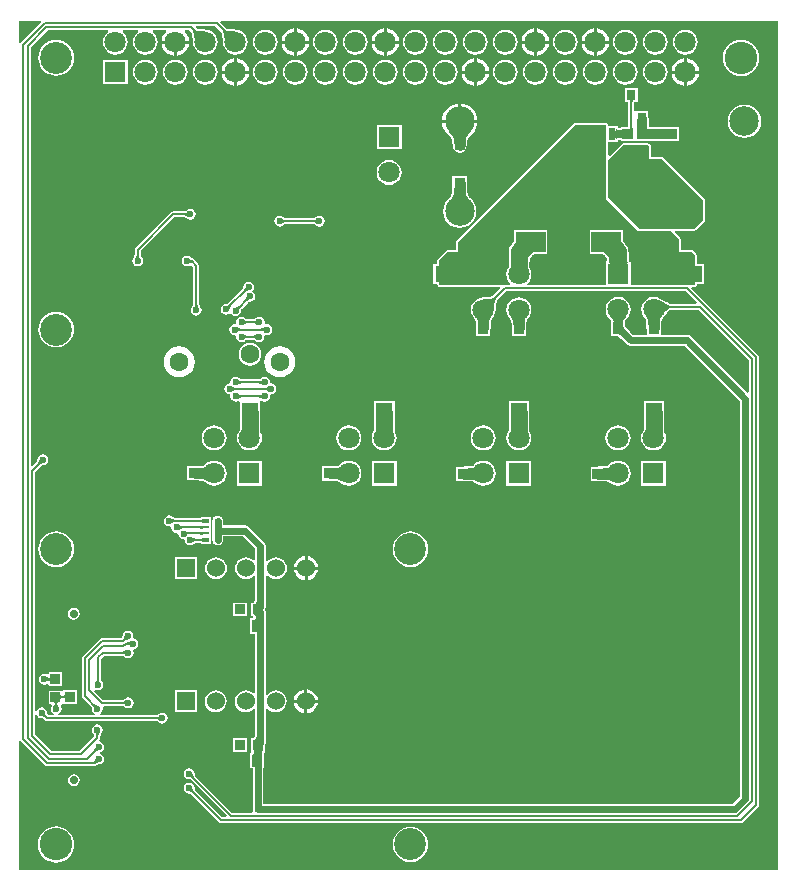
<source format=gbl>
G04*
G04 #@! TF.GenerationSoftware,Altium Limited,Altium Designer,20.0.11 (256)*
G04*
G04 Layer_Physical_Order=2*
G04 Layer_Color=16711680*
%FSLAX25Y25*%
%MOIN*%
G70*
G01*
G75*
%ADD13C,0.02362*%
%ADD23R,0.03543X0.03937*%
%ADD24R,0.03937X0.03543*%
%ADD27R,0.03347X0.03347*%
%ADD28R,0.03347X0.03347*%
%ADD44R,0.03150X0.03543*%
%ADD45C,0.03937*%
%ADD85C,0.00800*%
%ADD87C,0.03150*%
%ADD99C,0.07087*%
%ADD100R,0.07087X0.07087*%
%ADD101C,0.09843*%
%ADD102R,0.06299X0.06299*%
%ADD103C,0.06299*%
%ADD104C,0.06000*%
%ADD105R,0.06000X0.06000*%
%ADD106C,0.02756*%
%ADD107C,0.10630*%
%ADD108C,0.10827*%
%ADD109C,0.02362*%
%ADD110R,0.09646X0.14567*%
%ADD111R,0.02362X0.03937*%
%ADD112R,0.05512X0.07087*%
%ADD113R,0.07087X0.05512*%
%ADD114R,0.09843X0.06693*%
%ADD115R,0.01968X0.00984*%
%ADD116R,0.01968X0.01378*%
%ADD117R,0.03740X0.03543*%
%ADD118C,0.05512*%
%ADD119C,0.03543*%
G36*
X66069Y281454D02*
X66286Y281325D01*
X66545Y281213D01*
X66848Y281116D01*
X67194Y281034D01*
X67583Y280969D01*
X68490Y280886D01*
X69008Y280868D01*
X69569Y280866D01*
X66062Y277358D01*
X66060Y277919D01*
X65958Y279344D01*
X65893Y279733D01*
X65812Y280079D01*
X65715Y280382D01*
X65602Y280642D01*
X65474Y280859D01*
X65329Y281033D01*
X65895Y281598D01*
X66069Y281454D01*
D02*
G37*
G36*
X56069D02*
X56286Y281325D01*
X56545Y281213D01*
X56848Y281116D01*
X57194Y281034D01*
X57583Y280969D01*
X58490Y280886D01*
X59008Y280868D01*
X59569Y280866D01*
X56062Y277358D01*
X56060Y277919D01*
X55958Y279344D01*
X55893Y279733D01*
X55812Y280079D01*
X55715Y280382D01*
X55602Y280642D01*
X55474Y280859D01*
X55329Y281033D01*
X55895Y281598D01*
X56069Y281454D01*
D02*
G37*
G36*
X4911Y283911D02*
X-1902Y277097D01*
X-2022Y276918D01*
X-2522Y277069D01*
Y284411D01*
X4704D01*
X4911Y283911D01*
D02*
G37*
G36*
X250554Y1414D02*
X-2522D01*
X-2522Y44224D01*
X-2022Y44375D01*
X-1902Y44195D01*
X6122Y36171D01*
X6453Y35950D01*
X6843Y35873D01*
X22521D01*
X22911Y35950D01*
X23242Y36171D01*
X23387Y36316D01*
X23453Y36340D01*
X23515Y36397D01*
X23558Y36432D01*
X23602Y36461D01*
X23647Y36485D01*
X23694Y36506D01*
X23745Y36524D01*
X23799Y36537D01*
X23859Y36548D01*
X23925Y36554D01*
X24020Y36556D01*
X24081Y36584D01*
X24711Y36709D01*
X25300Y37102D01*
X25694Y37692D01*
X25832Y38387D01*
X25694Y39081D01*
X25300Y39671D01*
X24711Y40064D01*
X24532Y40100D01*
Y40610D01*
X24711Y40645D01*
X25300Y41039D01*
X25694Y41628D01*
X25832Y42323D01*
X25694Y43018D01*
X25300Y43607D01*
X24711Y44001D01*
X24413Y44060D01*
X24248Y44602D01*
X24343Y44697D01*
X24564Y45028D01*
X24642Y45418D01*
Y46123D01*
X24671Y46186D01*
X24674Y46271D01*
X24681Y46326D01*
X24691Y46377D01*
X24706Y46426D01*
X24724Y46474D01*
X24748Y46522D01*
X24777Y46571D01*
X24812Y46621D01*
X24854Y46672D01*
X24919Y46740D01*
X24943Y46803D01*
X25300Y47337D01*
X25438Y48031D01*
X25300Y48726D01*
X24906Y49316D01*
X24317Y49709D01*
X23622Y49847D01*
X22927Y49709D01*
X22338Y49316D01*
X21944Y48726D01*
X21806Y48031D01*
X21944Y47337D01*
X22301Y46803D01*
X22325Y46740D01*
X22390Y46672D01*
X22433Y46621D01*
X22468Y46571D01*
X22496Y46522D01*
X22520Y46474D01*
X22538Y46426D01*
X22553Y46377D01*
X22563Y46326D01*
X22570Y46271D01*
X22573Y46186D01*
X22603Y46123D01*
Y45840D01*
X17713Y40951D01*
X8367D01*
X2813Y46504D01*
Y53138D01*
X3313Y53188D01*
X3333Y53091D01*
X3726Y52502D01*
X4315Y52108D01*
X4993Y51973D01*
X5034Y51956D01*
X5128Y51955D01*
X5192Y51950D01*
X5251Y51940D01*
X5304Y51927D01*
X5353Y51911D01*
X5399Y51891D01*
X5443Y51867D01*
X5486Y51839D01*
X5529Y51805D01*
X5591Y51748D01*
X5657Y51723D01*
X6132Y51248D01*
X6463Y51026D01*
X6853Y50949D01*
X43367D01*
X43431Y50920D01*
X43515Y50916D01*
X43570Y50910D01*
X43621Y50899D01*
X43671Y50885D01*
X43719Y50866D01*
X43766Y50843D01*
X43815Y50814D01*
X43865Y50779D01*
X43916Y50737D01*
X43984Y50672D01*
X44047Y50647D01*
X44581Y50291D01*
X45276Y50152D01*
X45970Y50291D01*
X46560Y50684D01*
X46953Y51274D01*
X47092Y51968D01*
X46953Y52663D01*
X46560Y53253D01*
X45970Y53646D01*
X45276Y53785D01*
X44581Y53646D01*
X44047Y53290D01*
X43984Y53265D01*
X43916Y53200D01*
X43865Y53158D01*
X43815Y53123D01*
X43766Y53094D01*
X43719Y53071D01*
X43671Y53052D01*
X43621Y53038D01*
X43570Y53027D01*
X43515Y53021D01*
X43431Y53017D01*
X43367Y52988D01*
X24472D01*
X24402Y53192D01*
X24388Y53488D01*
X24906Y53834D01*
X25300Y54423D01*
X25438Y55118D01*
X25349Y55567D01*
X25686Y56067D01*
X32048D01*
X32111Y56038D01*
X32196Y56034D01*
X32251Y56028D01*
X32302Y56017D01*
X32352Y56003D01*
X32400Y55984D01*
X32447Y55961D01*
X32496Y55932D01*
X32546Y55897D01*
X32597Y55855D01*
X32665Y55790D01*
X32728Y55765D01*
X33262Y55409D01*
X33957Y55271D01*
X34652Y55409D01*
X35241Y55802D01*
X35634Y56392D01*
X35773Y57086D01*
X35634Y57781D01*
X35241Y58371D01*
X34652Y58764D01*
X33957Y58903D01*
X33262Y58764D01*
X32728Y58408D01*
X32665Y58383D01*
X32597Y58318D01*
X32546Y58276D01*
X32496Y58241D01*
X32447Y58212D01*
X32400Y58189D01*
X32352Y58170D01*
X32302Y58156D01*
X32251Y58145D01*
X32196Y58139D01*
X32111Y58135D01*
X32048Y58106D01*
X25494D01*
X22572Y61028D01*
X22891Y61416D01*
X23044Y61314D01*
X23739Y61176D01*
X24434Y61314D01*
X25023Y61708D01*
X25416Y62297D01*
X25555Y62992D01*
X25416Y63687D01*
X25060Y64221D01*
X25036Y64284D01*
X24970Y64352D01*
X24928Y64403D01*
X24893Y64453D01*
X24864Y64501D01*
X24841Y64549D01*
X24822Y64597D01*
X24808Y64646D01*
X24797Y64698D01*
X24791Y64753D01*
X24788Y64837D01*
X24758Y64901D01*
Y71773D01*
X25785Y72799D01*
X31949D01*
X32013Y72770D01*
X32097Y72767D01*
X32153Y72760D01*
X32204Y72750D01*
X32253Y72735D01*
X32301Y72716D01*
X32349Y72693D01*
X32398Y72664D01*
X32447Y72629D01*
X32498Y72587D01*
X32567Y72522D01*
X32630Y72498D01*
X33163Y72141D01*
X33858Y72003D01*
X34553Y72141D01*
X35142Y72535D01*
X35536Y73124D01*
X35674Y73819D01*
X35536Y74514D01*
X35774Y75058D01*
X36123Y75127D01*
X36712Y75521D01*
X37105Y76110D01*
X37244Y76805D01*
X37105Y77500D01*
X36712Y78089D01*
X36123Y78483D01*
X35484Y78610D01*
X35464Y78658D01*
X35602Y79353D01*
X35464Y80048D01*
X35070Y80637D01*
X34481Y81031D01*
X33786Y81169D01*
X33092Y81031D01*
X32502Y80637D01*
X32109Y80048D01*
X31984Y79419D01*
X31956Y79357D01*
X31954Y79263D01*
X31948Y79197D01*
X31937Y79137D01*
X31923Y79082D01*
X31906Y79032D01*
X31885Y78985D01*
X31861Y78940D01*
X31832Y78896D01*
X31797Y78852D01*
X31740Y78790D01*
X31723Y78744D01*
X25308D01*
X24918Y78667D01*
X24587Y78446D01*
X18743Y72601D01*
X18522Y72270D01*
X18444Y71880D01*
Y59276D01*
X18522Y58886D01*
X18743Y58555D01*
X21551Y55747D01*
X21576Y55681D01*
X21633Y55619D01*
X21667Y55576D01*
X21696Y55532D01*
X21721Y55487D01*
X21742Y55440D01*
X21759Y55389D01*
X21773Y55335D01*
X21783Y55275D01*
X21790Y55209D01*
X21792Y55114D01*
X21819Y55053D01*
X21944Y54423D01*
X22338Y53834D01*
X22856Y53488D01*
X22842Y53192D01*
X22772Y52988D01*
X10693D01*
X10623Y53191D01*
X10609Y53488D01*
X11127Y53834D01*
X11521Y54423D01*
X11659Y55118D01*
X11521Y55813D01*
X11463Y55899D01*
X11634Y56444D01*
X11898Y56585D01*
D01*
X12320Y56782D01*
X16840D01*
Y61328D01*
X12294D01*
Y61328D01*
X11898Y61132D01*
X7352D01*
Y56585D01*
X8078D01*
X8081Y56584D01*
X8347Y56085D01*
X8165Y55813D01*
X8027Y55118D01*
X8165Y54423D01*
X8559Y53834D01*
X9076Y53488D01*
X9063Y53191D01*
X8993Y52988D01*
X7276D01*
X7089Y53175D01*
X7065Y53241D01*
X7007Y53303D01*
X6972Y53347D01*
X6943Y53391D01*
X6917Y53438D01*
X6896Y53486D01*
X6877Y53537D01*
X6863Y53593D01*
X6851Y53655D01*
X6844Y53722D01*
X6840Y53817D01*
X6805Y53895D01*
X6688Y54481D01*
X6294Y55070D01*
X5705Y55464D01*
X5010Y55602D01*
X4315Y55464D01*
X3726Y55070D01*
X3333Y54481D01*
X3313Y54384D01*
X2813Y54434D01*
Y134051D01*
X4765Y136002D01*
X4831Y136027D01*
X4893Y136084D01*
X4936Y136118D01*
X4980Y136147D01*
X5025Y136172D01*
X5072Y136193D01*
X5123Y136210D01*
X5177Y136224D01*
X5237Y136234D01*
X5303Y136240D01*
X5397Y136243D01*
X5459Y136270D01*
X6089Y136395D01*
X6678Y136789D01*
X7071Y137378D01*
X7210Y138073D01*
X7071Y138768D01*
X6678Y139357D01*
X6089Y139751D01*
X5394Y139889D01*
X4699Y139751D01*
X4110Y139357D01*
X3716Y138768D01*
X3591Y138138D01*
X3563Y138077D01*
X3561Y137982D01*
X3555Y137916D01*
X3545Y137856D01*
X3531Y137802D01*
X3513Y137752D01*
X3492Y137704D01*
X3468Y137659D01*
X3439Y137616D01*
X3405Y137572D01*
X3347Y137510D01*
X3323Y137444D01*
X1875Y135996D01*
X1413Y136188D01*
X1413Y275549D01*
X7039Y281175D01*
X26997D01*
X27167Y280675D01*
X26650Y280278D01*
X25986Y279412D01*
X25568Y278404D01*
X25426Y277323D01*
X25568Y276241D01*
X25986Y275233D01*
X26650Y274368D01*
X27515Y273704D01*
X28523Y273286D01*
X29605Y273144D01*
X30686Y273286D01*
X31694Y273704D01*
X32560Y274368D01*
X33224Y275233D01*
X33641Y276241D01*
X33784Y277323D01*
X33641Y278404D01*
X33224Y279412D01*
X32560Y280278D01*
X32043Y280675D01*
X32212Y281175D01*
X36997D01*
X37167Y280675D01*
X36650Y280278D01*
X35986Y279412D01*
X35568Y278404D01*
X35426Y277323D01*
X35568Y276241D01*
X35986Y275233D01*
X36650Y274368D01*
X37515Y273704D01*
X38523Y273286D01*
X39605Y273144D01*
X40686Y273286D01*
X41694Y273704D01*
X42560Y274368D01*
X43224Y275233D01*
X43641Y276241D01*
X43784Y277323D01*
X43641Y278404D01*
X43224Y279412D01*
X42560Y280278D01*
X42043Y280675D01*
X42213Y281175D01*
X46384D01*
X46544Y280701D01*
X46364Y280563D01*
X45636Y279614D01*
X45178Y278509D01*
X45088Y277823D01*
X54122D01*
X54031Y278509D01*
X53573Y279614D01*
X52845Y280563D01*
X52665Y280701D01*
X52826Y281175D01*
X54311D01*
X54812Y280673D01*
X54830Y280618D01*
X54941Y280483D01*
X55023Y280346D01*
X55106Y280153D01*
X55186Y279906D01*
X55256Y279605D01*
X55313Y279267D01*
X55410Y277895D01*
X55412Y277356D01*
X55426Y277323D01*
X55426Y277323D01*
X55568Y276241D01*
X55986Y275233D01*
X56650Y274368D01*
X57515Y273704D01*
X58523Y273286D01*
X59605Y273144D01*
X60686Y273286D01*
X61694Y273704D01*
X62560Y274368D01*
X63224Y275233D01*
X63641Y276241D01*
X63784Y277323D01*
X63641Y278404D01*
X63224Y279412D01*
X62560Y280278D01*
X61694Y280942D01*
X60686Y281360D01*
X59605Y281502D01*
X59604Y281502D01*
X59572Y281515D01*
X59021Y281517D01*
X58531Y281534D01*
X57667Y281614D01*
X57322Y281672D01*
X57022Y281742D01*
X56774Y281821D01*
X56729Y281841D01*
X56482Y282369D01*
X56604Y282575D01*
X62911D01*
X64812Y280673D01*
X64830Y280618D01*
X64941Y280483D01*
X65023Y280346D01*
X65106Y280153D01*
X65186Y279906D01*
X65256Y279605D01*
X65313Y279267D01*
X65410Y277895D01*
X65412Y277356D01*
X65426Y277323D01*
X65426Y277323D01*
X65568Y276241D01*
X65986Y275233D01*
X66650Y274368D01*
X67515Y273704D01*
X68523Y273286D01*
X69605Y273144D01*
X70686Y273286D01*
X71694Y273704D01*
X72560Y274368D01*
X73224Y275233D01*
X73641Y276241D01*
X73784Y277323D01*
X73641Y278404D01*
X73224Y279412D01*
X72560Y280278D01*
X71694Y280942D01*
X70686Y281360D01*
X69605Y281502D01*
X69604Y281502D01*
X69572Y281515D01*
X69020Y281517D01*
X68531Y281534D01*
X67667Y281614D01*
X67322Y281672D01*
X67022Y281742D01*
X66774Y281821D01*
X66582Y281905D01*
X66444Y281986D01*
X66310Y282098D01*
X66254Y282115D01*
X64459Y283911D01*
X64666Y284411D01*
X250554D01*
Y1414D01*
D02*
G37*
G36*
X5382Y136892D02*
X5264Y136889D01*
X5151Y136878D01*
X5042Y136860D01*
X4936Y136833D01*
X4835Y136798D01*
X4738Y136755D01*
X4645Y136704D01*
X4556Y136645D01*
X4471Y136578D01*
X4390Y136503D01*
X3824Y137069D01*
X3899Y137150D01*
X3966Y137235D01*
X4025Y137324D01*
X4076Y137417D01*
X4118Y137514D01*
X4153Y137616D01*
X4180Y137721D01*
X4199Y137830D01*
X4210Y137944D01*
X4213Y138061D01*
X5382Y136892D01*
D02*
G37*
G36*
X33775Y78172D02*
X33657Y78169D01*
X33544Y78158D01*
X33434Y78140D01*
X33329Y78113D01*
X33228Y78078D01*
X33131Y78035D01*
X33037Y77984D01*
X32948Y77925D01*
X32863Y77858D01*
X32782Y77783D01*
X32217Y78349D01*
X32292Y78430D01*
X32359Y78515D01*
X32417Y78604D01*
X32468Y78697D01*
X32511Y78794D01*
X32546Y78896D01*
X32573Y79001D01*
X32592Y79110D01*
X32603Y79224D01*
X32605Y79341D01*
X33775Y78172D01*
D02*
G37*
G36*
X34584Y75978D02*
X34499Y76060D01*
X34411Y76132D01*
X34321Y76196D01*
X34227Y76252D01*
X34131Y76298D01*
X34032Y76337D01*
X33930Y76367D01*
X33825Y76388D01*
X33718Y76401D01*
X33608Y76405D01*
Y77205D01*
X33718Y77209D01*
X33825Y77222D01*
X33930Y77244D01*
X34032Y77273D01*
X34131Y77312D01*
X34227Y77359D01*
X34321Y77414D01*
X34411Y77478D01*
X34499Y77551D01*
X34584Y77632D01*
Y75978D01*
D02*
G37*
G36*
X33015Y72992D02*
X32930Y73073D01*
X32842Y73146D01*
X32751Y73210D01*
X32658Y73265D01*
X32561Y73312D01*
X32462Y73351D01*
X32361Y73380D01*
X32256Y73402D01*
X32149Y73414D01*
X32038Y73419D01*
Y74219D01*
X32149Y74223D01*
X32256Y74236D01*
X32361Y74257D01*
X32462Y74287D01*
X32561Y74326D01*
X32658Y74372D01*
X32751Y74428D01*
X32842Y74492D01*
X32930Y74564D01*
X33015Y74646D01*
Y72992D01*
D02*
G37*
G36*
X24143Y64702D02*
X24156Y64594D01*
X24177Y64490D01*
X24207Y64388D01*
X24245Y64289D01*
X24292Y64193D01*
X24348Y64099D01*
X24412Y64008D01*
X24484Y63921D01*
X24565Y63836D01*
X22912D01*
X22993Y63921D01*
X23065Y64008D01*
X23130Y64099D01*
X23185Y64193D01*
X23232Y64289D01*
X23270Y64388D01*
X23300Y64490D01*
X23322Y64594D01*
X23334Y64702D01*
X23339Y64812D01*
X24139D01*
X24143Y64702D01*
D02*
G37*
G36*
X12918Y58255D02*
X12910Y58331D01*
X12885Y58399D01*
X12845Y58459D01*
X12788Y58511D01*
X12715Y58555D01*
X12625Y58591D01*
X12520Y58619D01*
X12398Y58639D01*
X12260Y58651D01*
X12106Y58655D01*
Y59455D01*
X12260Y59459D01*
X12398Y59471D01*
X12520Y59491D01*
X12625Y59519D01*
X12715Y59555D01*
X12788Y59599D01*
X12845Y59651D01*
X12885Y59711D01*
X12910Y59779D01*
X12918Y59855D01*
Y58255D01*
D02*
G37*
G36*
X11282Y59779D02*
X11307Y59711D01*
X11347Y59651D01*
X11404Y59599D01*
X11477Y59555D01*
X11566Y59519D01*
X11672Y59491D01*
X11794Y59471D01*
X11932Y59459D01*
X12086Y59455D01*
Y58655D01*
X11932Y58651D01*
X11794Y58639D01*
X11672Y58619D01*
X11566Y58591D01*
X11477Y58555D01*
X11404Y58511D01*
X11347Y58459D01*
X11307Y58399D01*
X11282Y58331D01*
X11274Y58255D01*
Y59855D01*
X11282Y59779D01*
D02*
G37*
G36*
X33113Y56260D02*
X33028Y56341D01*
X32940Y56413D01*
X32850Y56477D01*
X32756Y56533D01*
X32660Y56580D01*
X32561Y56618D01*
X32459Y56648D01*
X32354Y56669D01*
X32247Y56682D01*
X32137Y56687D01*
Y57486D01*
X32247Y57491D01*
X32354Y57504D01*
X32459Y57525D01*
X32561Y57555D01*
X32660Y57593D01*
X32756Y57640D01*
X32850Y57696D01*
X32940Y57760D01*
X33028Y57832D01*
X33113Y57913D01*
Y56260D01*
D02*
G37*
G36*
X10567Y57201D02*
X10499Y57177D01*
X10439Y57136D01*
X10387Y57079D01*
X10343Y57006D01*
X10307Y56917D01*
X10279Y56811D01*
X10262Y56709D01*
X10281Y56616D01*
X10311Y56514D01*
X10350Y56415D01*
X10396Y56319D01*
X10452Y56225D01*
X10516Y56134D01*
X10588Y56047D01*
X10670Y55962D01*
X9016D01*
X9097Y56047D01*
X9170Y56134D01*
X9234Y56225D01*
X9289Y56319D01*
X9336Y56415D01*
X9375Y56514D01*
X9404Y56616D01*
X9424Y56709D01*
X9407Y56811D01*
X9379Y56917D01*
X9343Y57006D01*
X9299Y57079D01*
X9247Y57136D01*
X9187Y57177D01*
X9119Y57201D01*
X9043Y57209D01*
X10643D01*
X10567Y57201D01*
D02*
G37*
G36*
X22699Y56613D02*
X22784Y56546D01*
X22873Y56487D01*
X22966Y56436D01*
X23063Y56393D01*
X23165Y56358D01*
X23270Y56332D01*
X23379Y56313D01*
X23493Y56302D01*
X23610Y56299D01*
X22441Y55130D01*
X22438Y55247D01*
X22427Y55361D01*
X22409Y55470D01*
X22382Y55576D01*
X22347Y55677D01*
X22304Y55774D01*
X22253Y55867D01*
X22194Y55956D01*
X22127Y56041D01*
X22052Y56122D01*
X22618Y56688D01*
X22699Y56613D01*
D02*
G37*
G36*
X6196Y53675D02*
X6208Y53561D01*
X6228Y53451D01*
X6256Y53346D01*
X6292Y53245D01*
X6336Y53147D01*
X6387Y53054D01*
X6446Y52965D01*
X6513Y52880D01*
X6588Y52799D01*
X6032Y52225D01*
X5951Y52300D01*
X5865Y52367D01*
X5776Y52425D01*
X5683Y52476D01*
X5586Y52518D01*
X5485Y52552D01*
X5380Y52577D01*
X5271Y52595D01*
X5157Y52604D01*
X5040Y52605D01*
X6191Y53792D01*
X6196Y53675D01*
D02*
G37*
G36*
X44432Y51142D02*
X44347Y51223D01*
X44259Y51295D01*
X44168Y51359D01*
X44075Y51415D01*
X43979Y51462D01*
X43880Y51500D01*
X43778Y51530D01*
X43673Y51551D01*
X43566Y51564D01*
X43456Y51569D01*
Y52368D01*
X43566Y52373D01*
X43673Y52386D01*
X43778Y52407D01*
X43880Y52437D01*
X43979Y52475D01*
X44075Y52522D01*
X44168Y52578D01*
X44259Y52642D01*
X44347Y52714D01*
X44432Y52795D01*
Y51142D01*
D02*
G37*
G36*
X24368Y47103D02*
X24295Y47015D01*
X24231Y46924D01*
X24176Y46831D01*
X24129Y46735D01*
X24090Y46636D01*
X24060Y46534D01*
X24039Y46429D01*
X24026Y46322D01*
X24022Y46211D01*
X23222D01*
X23218Y46322D01*
X23205Y46429D01*
X23184Y46534D01*
X23154Y46636D01*
X23115Y46735D01*
X23068Y46831D01*
X23013Y46924D01*
X22949Y47015D01*
X22876Y47103D01*
X22795Y47188D01*
X24449D01*
X24368Y47103D01*
D02*
G37*
G36*
X24004Y41142D02*
X23886Y41139D01*
X23773Y41128D01*
X23664Y41109D01*
X23558Y41083D01*
X23457Y41048D01*
X23360Y41005D01*
X23267Y40954D01*
X23178Y40895D01*
X23093Y40828D01*
X23012Y40753D01*
X22446Y41319D01*
X22521Y41400D01*
X22588Y41485D01*
X22647Y41574D01*
X22698Y41667D01*
X22740Y41764D01*
X22775Y41865D01*
X22802Y41971D01*
X22821Y42080D01*
X22832Y42193D01*
X22835Y42311D01*
X24004Y41142D01*
D02*
G37*
G36*
Y37206D02*
X23886Y37203D01*
X23773Y37192D01*
X23664Y37173D01*
X23558Y37146D01*
X23457Y37111D01*
X23360Y37069D01*
X23267Y37018D01*
X23178Y36959D01*
X23093Y36892D01*
X23012Y36817D01*
X22446Y37383D01*
X22521Y37464D01*
X22588Y37549D01*
X22647Y37638D01*
X22698Y37731D01*
X22740Y37828D01*
X22775Y37929D01*
X22802Y38034D01*
X22821Y38144D01*
X22832Y38257D01*
X22835Y38375D01*
X24004Y37206D01*
D02*
G37*
%LPC*%
G36*
X190105Y281839D02*
Y277823D01*
X194122D01*
X194031Y278509D01*
X193573Y279614D01*
X192845Y280563D01*
X191896Y281291D01*
X190791Y281749D01*
X190105Y281839D01*
D02*
G37*
G36*
X189105D02*
X188419Y281749D01*
X187313Y281291D01*
X186364Y280563D01*
X185636Y279614D01*
X185178Y278509D01*
X185088Y277823D01*
X189105D01*
Y281839D01*
D02*
G37*
G36*
X170105D02*
Y277823D01*
X174121D01*
X174031Y278509D01*
X173573Y279614D01*
X172845Y280563D01*
X171896Y281291D01*
X170791Y281749D01*
X170105Y281839D01*
D02*
G37*
G36*
X169105D02*
X168419Y281749D01*
X167314Y281291D01*
X166365Y280563D01*
X165636Y279614D01*
X165178Y278509D01*
X165088Y277823D01*
X169105D01*
Y281839D01*
D02*
G37*
G36*
X120105D02*
Y277823D01*
X124121D01*
X124031Y278509D01*
X123573Y279614D01*
X122845Y280563D01*
X121896Y281291D01*
X120791Y281749D01*
X120105Y281839D01*
D02*
G37*
G36*
X119105D02*
X118419Y281749D01*
X117314Y281291D01*
X116365Y280563D01*
X115636Y279614D01*
X115178Y278509D01*
X115088Y277823D01*
X119105D01*
Y281839D01*
D02*
G37*
G36*
X90105D02*
Y277823D01*
X94121D01*
X94031Y278509D01*
X93573Y279614D01*
X92845Y280563D01*
X91896Y281291D01*
X90791Y281749D01*
X90105Y281839D01*
D02*
G37*
G36*
X89105D02*
X88419Y281749D01*
X87313Y281291D01*
X86364Y280563D01*
X85636Y279614D01*
X85178Y278509D01*
X85088Y277823D01*
X89105D01*
Y281839D01*
D02*
G37*
G36*
X219605Y281502D02*
X218523Y281360D01*
X217515Y280942D01*
X216650Y280278D01*
X215986Y279412D01*
X215568Y278404D01*
X215426Y277323D01*
X215568Y276241D01*
X215986Y275233D01*
X216650Y274368D01*
X217515Y273704D01*
X218523Y273286D01*
X219605Y273144D01*
X220686Y273286D01*
X221694Y273704D01*
X222560Y274368D01*
X223224Y275233D01*
X223641Y276241D01*
X223784Y277323D01*
X223641Y278404D01*
X223224Y279412D01*
X222560Y280278D01*
X221694Y280942D01*
X220686Y281360D01*
X219605Y281502D01*
D02*
G37*
G36*
X209605D02*
X208523Y281360D01*
X207515Y280942D01*
X206650Y280278D01*
X205986Y279412D01*
X205568Y278404D01*
X205426Y277323D01*
X205568Y276241D01*
X205986Y275233D01*
X206650Y274368D01*
X207515Y273704D01*
X208523Y273286D01*
X209605Y273144D01*
X210686Y273286D01*
X211694Y273704D01*
X212560Y274368D01*
X213224Y275233D01*
X213641Y276241D01*
X213784Y277323D01*
X213641Y278404D01*
X213224Y279412D01*
X212560Y280278D01*
X211694Y280942D01*
X210686Y281360D01*
X209605Y281502D01*
D02*
G37*
G36*
X199605D02*
X198523Y281360D01*
X197515Y280942D01*
X196650Y280278D01*
X195986Y279412D01*
X195568Y278404D01*
X195426Y277323D01*
X195568Y276241D01*
X195986Y275233D01*
X196650Y274368D01*
X197515Y273704D01*
X198523Y273286D01*
X199605Y273144D01*
X200686Y273286D01*
X201694Y273704D01*
X202560Y274368D01*
X203224Y275233D01*
X203641Y276241D01*
X203784Y277323D01*
X203641Y278404D01*
X203224Y279412D01*
X202560Y280278D01*
X201694Y280942D01*
X200686Y281360D01*
X199605Y281502D01*
D02*
G37*
G36*
X179605D02*
X178523Y281360D01*
X177515Y280942D01*
X176650Y280278D01*
X175986Y279412D01*
X175568Y278404D01*
X175426Y277323D01*
X175568Y276241D01*
X175986Y275233D01*
X176650Y274368D01*
X177515Y273704D01*
X178523Y273286D01*
X179605Y273144D01*
X180686Y273286D01*
X181694Y273704D01*
X182560Y274368D01*
X183224Y275233D01*
X183641Y276241D01*
X183784Y277323D01*
X183641Y278404D01*
X183224Y279412D01*
X182560Y280278D01*
X181694Y280942D01*
X180686Y281360D01*
X179605Y281502D01*
D02*
G37*
G36*
X159605D02*
X158523Y281360D01*
X157515Y280942D01*
X156650Y280278D01*
X155986Y279412D01*
X155568Y278404D01*
X155426Y277323D01*
X155568Y276241D01*
X155986Y275233D01*
X156650Y274368D01*
X157515Y273704D01*
X158523Y273286D01*
X159605Y273144D01*
X160686Y273286D01*
X161694Y273704D01*
X162560Y274368D01*
X163224Y275233D01*
X163641Y276241D01*
X163784Y277323D01*
X163641Y278404D01*
X163224Y279412D01*
X162560Y280278D01*
X161694Y280942D01*
X160686Y281360D01*
X159605Y281502D01*
D02*
G37*
G36*
X149605D02*
X148523Y281360D01*
X147515Y280942D01*
X146650Y280278D01*
X145986Y279412D01*
X145568Y278404D01*
X145426Y277323D01*
X145568Y276241D01*
X145986Y275233D01*
X146650Y274368D01*
X147515Y273704D01*
X148523Y273286D01*
X149605Y273144D01*
X150686Y273286D01*
X151694Y273704D01*
X152560Y274368D01*
X153224Y275233D01*
X153641Y276241D01*
X153784Y277323D01*
X153641Y278404D01*
X153224Y279412D01*
X152560Y280278D01*
X151694Y280942D01*
X150686Y281360D01*
X149605Y281502D01*
D02*
G37*
G36*
X139605D02*
X138523Y281360D01*
X137515Y280942D01*
X136650Y280278D01*
X135986Y279412D01*
X135568Y278404D01*
X135426Y277323D01*
X135568Y276241D01*
X135986Y275233D01*
X136650Y274368D01*
X137515Y273704D01*
X138523Y273286D01*
X139605Y273144D01*
X140686Y273286D01*
X141694Y273704D01*
X142560Y274368D01*
X143224Y275233D01*
X143641Y276241D01*
X143784Y277323D01*
X143641Y278404D01*
X143224Y279412D01*
X142560Y280278D01*
X141694Y280942D01*
X140686Y281360D01*
X139605Y281502D01*
D02*
G37*
G36*
X129605D02*
X128523Y281360D01*
X127515Y280942D01*
X126650Y280278D01*
X125986Y279412D01*
X125568Y278404D01*
X125426Y277323D01*
X125568Y276241D01*
X125986Y275233D01*
X126650Y274368D01*
X127515Y273704D01*
X128523Y273286D01*
X129605Y273144D01*
X130686Y273286D01*
X131694Y273704D01*
X132560Y274368D01*
X133224Y275233D01*
X133641Y276241D01*
X133784Y277323D01*
X133641Y278404D01*
X133224Y279412D01*
X132560Y280278D01*
X131694Y280942D01*
X130686Y281360D01*
X129605Y281502D01*
D02*
G37*
G36*
X109605D02*
X108523Y281360D01*
X107515Y280942D01*
X106650Y280278D01*
X105986Y279412D01*
X105568Y278404D01*
X105426Y277323D01*
X105568Y276241D01*
X105986Y275233D01*
X106650Y274368D01*
X107515Y273704D01*
X108523Y273286D01*
X109605Y273144D01*
X110686Y273286D01*
X111694Y273704D01*
X112560Y274368D01*
X113224Y275233D01*
X113641Y276241D01*
X113784Y277323D01*
X113641Y278404D01*
X113224Y279412D01*
X112560Y280278D01*
X111694Y280942D01*
X110686Y281360D01*
X109605Y281502D01*
D02*
G37*
G36*
X99605D02*
X98523Y281360D01*
X97515Y280942D01*
X96650Y280278D01*
X95986Y279412D01*
X95568Y278404D01*
X95426Y277323D01*
X95568Y276241D01*
X95986Y275233D01*
X96650Y274368D01*
X97515Y273704D01*
X98523Y273286D01*
X99605Y273144D01*
X100686Y273286D01*
X101694Y273704D01*
X102560Y274368D01*
X103224Y275233D01*
X103641Y276241D01*
X103784Y277323D01*
X103641Y278404D01*
X103224Y279412D01*
X102560Y280278D01*
X101694Y280942D01*
X100686Y281360D01*
X99605Y281502D01*
D02*
G37*
G36*
X79605D02*
X78523Y281360D01*
X77515Y280942D01*
X76650Y280278D01*
X75986Y279412D01*
X75568Y278404D01*
X75426Y277323D01*
X75568Y276241D01*
X75986Y275233D01*
X76650Y274368D01*
X77515Y273704D01*
X78523Y273286D01*
X79605Y273144D01*
X80686Y273286D01*
X81694Y273704D01*
X82560Y274368D01*
X83224Y275233D01*
X83641Y276241D01*
X83784Y277323D01*
X83641Y278404D01*
X83224Y279412D01*
X82560Y280278D01*
X81694Y280942D01*
X80686Y281360D01*
X79605Y281502D01*
D02*
G37*
G36*
X194122Y276823D02*
X190105D01*
Y272806D01*
X190791Y272896D01*
X191896Y273354D01*
X192845Y274082D01*
X193573Y275032D01*
X194031Y276137D01*
X194122Y276823D01*
D02*
G37*
G36*
X189105D02*
X185088D01*
X185178Y276137D01*
X185636Y275032D01*
X186364Y274082D01*
X187313Y273354D01*
X188419Y272896D01*
X189105Y272806D01*
Y276823D01*
D02*
G37*
G36*
X174121D02*
X170105D01*
Y272806D01*
X170791Y272896D01*
X171896Y273354D01*
X172845Y274082D01*
X173573Y275032D01*
X174031Y276137D01*
X174121Y276823D01*
D02*
G37*
G36*
X169105D02*
X165088D01*
X165178Y276137D01*
X165636Y275032D01*
X166365Y274082D01*
X167314Y273354D01*
X168419Y272896D01*
X169105Y272806D01*
Y276823D01*
D02*
G37*
G36*
X124121D02*
X120105D01*
Y272806D01*
X120791Y272896D01*
X121896Y273354D01*
X122845Y274082D01*
X123573Y275032D01*
X124031Y276137D01*
X124121Y276823D01*
D02*
G37*
G36*
X119105D02*
X115088D01*
X115178Y276137D01*
X115636Y275032D01*
X116365Y274082D01*
X117314Y273354D01*
X118419Y272896D01*
X119105Y272806D01*
Y276823D01*
D02*
G37*
G36*
X94121D02*
X90105D01*
Y272806D01*
X90791Y272896D01*
X91896Y273354D01*
X92845Y274082D01*
X93573Y275032D01*
X94031Y276137D01*
X94121Y276823D01*
D02*
G37*
G36*
X89105D02*
X85088D01*
X85178Y276137D01*
X85636Y275032D01*
X86364Y274082D01*
X87313Y273354D01*
X88419Y272896D01*
X89105Y272806D01*
Y276823D01*
D02*
G37*
G36*
X54122D02*
X50105D01*
Y272806D01*
X50791Y272896D01*
X51896Y273354D01*
X52845Y274082D01*
X53573Y275032D01*
X54031Y276137D01*
X54122Y276823D01*
D02*
G37*
G36*
X49105D02*
X45088D01*
X45178Y276137D01*
X45636Y275032D01*
X46364Y274082D01*
X47313Y273354D01*
X48419Y272896D01*
X49105Y272806D01*
Y276823D01*
D02*
G37*
G36*
X220105Y271839D02*
Y267823D01*
X224121D01*
X224031Y268509D01*
X223573Y269614D01*
X222845Y270563D01*
X221896Y271291D01*
X220791Y271749D01*
X220105Y271839D01*
D02*
G37*
G36*
X219105D02*
X218419Y271749D01*
X217314Y271291D01*
X216364Y270563D01*
X215636Y269614D01*
X215178Y268509D01*
X215088Y267823D01*
X219105D01*
Y271839D01*
D02*
G37*
G36*
X150105D02*
Y267823D01*
X154121D01*
X154031Y268509D01*
X153573Y269614D01*
X152845Y270563D01*
X151896Y271291D01*
X150791Y271749D01*
X150105Y271839D01*
D02*
G37*
G36*
X149105D02*
X148419Y271749D01*
X147313Y271291D01*
X146364Y270563D01*
X145636Y269614D01*
X145178Y268509D01*
X145088Y267823D01*
X149105D01*
Y271839D01*
D02*
G37*
G36*
X70105D02*
Y267823D01*
X74121D01*
X74031Y268509D01*
X73573Y269614D01*
X72845Y270563D01*
X71896Y271291D01*
X70791Y271749D01*
X70105Y271839D01*
D02*
G37*
G36*
X69105D02*
X68419Y271749D01*
X67313Y271291D01*
X66364Y270563D01*
X65636Y269614D01*
X65178Y268509D01*
X65088Y267823D01*
X69105D01*
Y271839D01*
D02*
G37*
G36*
X9841Y277991D02*
X8681Y277877D01*
X7566Y277538D01*
X6539Y276989D01*
X5638Y276250D01*
X4899Y275349D01*
X4350Y274322D01*
X4012Y273207D01*
X3897Y272047D01*
X4012Y270888D01*
X4350Y269773D01*
X4899Y268745D01*
X5638Y267845D01*
X6539Y267105D01*
X7566Y266556D01*
X8681Y266218D01*
X9841Y266104D01*
X11000Y266218D01*
X12116Y266556D01*
X13143Y267105D01*
X14044Y267845D01*
X14783Y268745D01*
X15332Y269773D01*
X15670Y270888D01*
X15785Y272047D01*
X15670Y273207D01*
X15332Y274322D01*
X14783Y275349D01*
X14044Y276250D01*
X13143Y276989D01*
X12116Y277538D01*
X11000Y277877D01*
X9841Y277991D01*
D02*
G37*
G36*
X238187Y278090D02*
X237009Y277974D01*
X235875Y277630D01*
X234830Y277071D01*
X233915Y276320D01*
X233163Y275404D01*
X232605Y274360D01*
X232261Y273226D01*
X232145Y272047D01*
X232261Y270868D01*
X232605Y269735D01*
X233163Y268690D01*
X233915Y267775D01*
X234830Y267023D01*
X235875Y266465D01*
X237009Y266121D01*
X238187Y266005D01*
X239366Y266121D01*
X240500Y266465D01*
X241544Y267023D01*
X242460Y267775D01*
X243212Y268690D01*
X243770Y269735D01*
X244114Y270868D01*
X244230Y272047D01*
X244114Y273226D01*
X243770Y274360D01*
X243212Y275404D01*
X242460Y276320D01*
X241544Y277071D01*
X240500Y277630D01*
X239366Y277974D01*
X238187Y278090D01*
D02*
G37*
G36*
X33748Y271466D02*
X25462D01*
Y263179D01*
X33748D01*
Y271466D01*
D02*
G37*
G36*
X209605Y271502D02*
X208523Y271359D01*
X207515Y270942D01*
X206650Y270278D01*
X205986Y269412D01*
X205568Y268404D01*
X205426Y267323D01*
X205568Y266241D01*
X205986Y265233D01*
X206650Y264368D01*
X207515Y263704D01*
X208523Y263286D01*
X209605Y263144D01*
X210686Y263286D01*
X211694Y263704D01*
X212560Y264368D01*
X213224Y265233D01*
X213641Y266241D01*
X213784Y267323D01*
X213641Y268404D01*
X213224Y269412D01*
X212560Y270278D01*
X211694Y270942D01*
X210686Y271359D01*
X209605Y271502D01*
D02*
G37*
G36*
X199605D02*
X198523Y271359D01*
X197515Y270942D01*
X196650Y270278D01*
X195986Y269412D01*
X195568Y268404D01*
X195426Y267323D01*
X195568Y266241D01*
X195986Y265233D01*
X196650Y264368D01*
X197515Y263704D01*
X198523Y263286D01*
X199605Y263144D01*
X200686Y263286D01*
X201694Y263704D01*
X202560Y264368D01*
X203224Y265233D01*
X203641Y266241D01*
X203784Y267323D01*
X203641Y268404D01*
X203224Y269412D01*
X202560Y270278D01*
X201694Y270942D01*
X200686Y271359D01*
X199605Y271502D01*
D02*
G37*
G36*
X189605D02*
X188523Y271359D01*
X187515Y270942D01*
X186650Y270278D01*
X185986Y269412D01*
X185568Y268404D01*
X185426Y267323D01*
X185568Y266241D01*
X185986Y265233D01*
X186650Y264368D01*
X187515Y263704D01*
X188523Y263286D01*
X189605Y263144D01*
X190686Y263286D01*
X191694Y263704D01*
X192560Y264368D01*
X193224Y265233D01*
X193641Y266241D01*
X193784Y267323D01*
X193641Y268404D01*
X193224Y269412D01*
X192560Y270278D01*
X191694Y270942D01*
X190686Y271359D01*
X189605Y271502D01*
D02*
G37*
G36*
X179605D02*
X178523Y271359D01*
X177515Y270942D01*
X176650Y270278D01*
X175986Y269412D01*
X175568Y268404D01*
X175426Y267323D01*
X175568Y266241D01*
X175986Y265233D01*
X176650Y264368D01*
X177515Y263704D01*
X178523Y263286D01*
X179605Y263144D01*
X180686Y263286D01*
X181694Y263704D01*
X182560Y264368D01*
X183224Y265233D01*
X183641Y266241D01*
X183784Y267323D01*
X183641Y268404D01*
X183224Y269412D01*
X182560Y270278D01*
X181694Y270942D01*
X180686Y271359D01*
X179605Y271502D01*
D02*
G37*
G36*
X169605D02*
X168523Y271359D01*
X167515Y270942D01*
X166650Y270278D01*
X165986Y269412D01*
X165568Y268404D01*
X165426Y267323D01*
X165568Y266241D01*
X165986Y265233D01*
X166650Y264368D01*
X167515Y263704D01*
X168523Y263286D01*
X169605Y263144D01*
X170686Y263286D01*
X171694Y263704D01*
X172560Y264368D01*
X173224Y265233D01*
X173641Y266241D01*
X173784Y267323D01*
X173641Y268404D01*
X173224Y269412D01*
X172560Y270278D01*
X171694Y270942D01*
X170686Y271359D01*
X169605Y271502D01*
D02*
G37*
G36*
X159605D02*
X158523Y271359D01*
X157515Y270942D01*
X156650Y270278D01*
X155986Y269412D01*
X155568Y268404D01*
X155426Y267323D01*
X155568Y266241D01*
X155986Y265233D01*
X156650Y264368D01*
X157515Y263704D01*
X158523Y263286D01*
X159605Y263144D01*
X160686Y263286D01*
X161694Y263704D01*
X162560Y264368D01*
X163224Y265233D01*
X163641Y266241D01*
X163784Y267323D01*
X163641Y268404D01*
X163224Y269412D01*
X162560Y270278D01*
X161694Y270942D01*
X160686Y271359D01*
X159605Y271502D01*
D02*
G37*
G36*
X139605D02*
X138523Y271359D01*
X137515Y270942D01*
X136650Y270278D01*
X135986Y269412D01*
X135568Y268404D01*
X135426Y267323D01*
X135568Y266241D01*
X135986Y265233D01*
X136650Y264368D01*
X137515Y263704D01*
X138523Y263286D01*
X139605Y263144D01*
X140686Y263286D01*
X141694Y263704D01*
X142560Y264368D01*
X143224Y265233D01*
X143641Y266241D01*
X143784Y267323D01*
X143641Y268404D01*
X143224Y269412D01*
X142560Y270278D01*
X141694Y270942D01*
X140686Y271359D01*
X139605Y271502D01*
D02*
G37*
G36*
X129605D02*
X128523Y271359D01*
X127515Y270942D01*
X126650Y270278D01*
X125986Y269412D01*
X125568Y268404D01*
X125426Y267323D01*
X125568Y266241D01*
X125986Y265233D01*
X126650Y264368D01*
X127515Y263704D01*
X128523Y263286D01*
X129605Y263144D01*
X130686Y263286D01*
X131694Y263704D01*
X132560Y264368D01*
X133224Y265233D01*
X133641Y266241D01*
X133784Y267323D01*
X133641Y268404D01*
X133224Y269412D01*
X132560Y270278D01*
X131694Y270942D01*
X130686Y271359D01*
X129605Y271502D01*
D02*
G37*
G36*
X119605D02*
X118523Y271359D01*
X117515Y270942D01*
X116650Y270278D01*
X115986Y269412D01*
X115568Y268404D01*
X115426Y267323D01*
X115568Y266241D01*
X115986Y265233D01*
X116650Y264368D01*
X117515Y263704D01*
X118523Y263286D01*
X119605Y263144D01*
X120686Y263286D01*
X121694Y263704D01*
X122560Y264368D01*
X123224Y265233D01*
X123641Y266241D01*
X123784Y267323D01*
X123641Y268404D01*
X123224Y269412D01*
X122560Y270278D01*
X121694Y270942D01*
X120686Y271359D01*
X119605Y271502D01*
D02*
G37*
G36*
X109605D02*
X108523Y271359D01*
X107515Y270942D01*
X106650Y270278D01*
X105986Y269412D01*
X105568Y268404D01*
X105426Y267323D01*
X105568Y266241D01*
X105986Y265233D01*
X106650Y264368D01*
X107515Y263704D01*
X108523Y263286D01*
X109605Y263144D01*
X110686Y263286D01*
X111694Y263704D01*
X112560Y264368D01*
X113224Y265233D01*
X113641Y266241D01*
X113784Y267323D01*
X113641Y268404D01*
X113224Y269412D01*
X112560Y270278D01*
X111694Y270942D01*
X110686Y271359D01*
X109605Y271502D01*
D02*
G37*
G36*
X99605D02*
X98523Y271359D01*
X97515Y270942D01*
X96650Y270278D01*
X95986Y269412D01*
X95568Y268404D01*
X95426Y267323D01*
X95568Y266241D01*
X95986Y265233D01*
X96650Y264368D01*
X97515Y263704D01*
X98523Y263286D01*
X99605Y263144D01*
X100686Y263286D01*
X101694Y263704D01*
X102560Y264368D01*
X103224Y265233D01*
X103641Y266241D01*
X103784Y267323D01*
X103641Y268404D01*
X103224Y269412D01*
X102560Y270278D01*
X101694Y270942D01*
X100686Y271359D01*
X99605Y271502D01*
D02*
G37*
G36*
X89605D02*
X88523Y271359D01*
X87515Y270942D01*
X86650Y270278D01*
X85986Y269412D01*
X85568Y268404D01*
X85426Y267323D01*
X85568Y266241D01*
X85986Y265233D01*
X86650Y264368D01*
X87515Y263704D01*
X88523Y263286D01*
X89605Y263144D01*
X90686Y263286D01*
X91694Y263704D01*
X92560Y264368D01*
X93224Y265233D01*
X93641Y266241D01*
X93784Y267323D01*
X93641Y268404D01*
X93224Y269412D01*
X92560Y270278D01*
X91694Y270942D01*
X90686Y271359D01*
X89605Y271502D01*
D02*
G37*
G36*
X79605D02*
X78523Y271359D01*
X77515Y270942D01*
X76650Y270278D01*
X75986Y269412D01*
X75568Y268404D01*
X75426Y267323D01*
X75568Y266241D01*
X75986Y265233D01*
X76650Y264368D01*
X77515Y263704D01*
X78523Y263286D01*
X79605Y263144D01*
X80686Y263286D01*
X81694Y263704D01*
X82560Y264368D01*
X83224Y265233D01*
X83641Y266241D01*
X83784Y267323D01*
X83641Y268404D01*
X83224Y269412D01*
X82560Y270278D01*
X81694Y270942D01*
X80686Y271359D01*
X79605Y271502D01*
D02*
G37*
G36*
X59605D02*
X58523Y271359D01*
X57515Y270942D01*
X56650Y270278D01*
X55986Y269412D01*
X55568Y268404D01*
X55426Y267323D01*
X55568Y266241D01*
X55986Y265233D01*
X56650Y264368D01*
X57515Y263704D01*
X58523Y263286D01*
X59605Y263144D01*
X60686Y263286D01*
X61694Y263704D01*
X62560Y264368D01*
X63224Y265233D01*
X63641Y266241D01*
X63784Y267323D01*
X63641Y268404D01*
X63224Y269412D01*
X62560Y270278D01*
X61694Y270942D01*
X60686Y271359D01*
X59605Y271502D01*
D02*
G37*
G36*
X49605D02*
X48523Y271359D01*
X47515Y270942D01*
X46650Y270278D01*
X45986Y269412D01*
X45568Y268404D01*
X45426Y267323D01*
X45568Y266241D01*
X45986Y265233D01*
X46650Y264368D01*
X47515Y263704D01*
X48523Y263286D01*
X49605Y263144D01*
X50686Y263286D01*
X51694Y263704D01*
X52560Y264368D01*
X53224Y265233D01*
X53641Y266241D01*
X53784Y267323D01*
X53641Y268404D01*
X53224Y269412D01*
X52560Y270278D01*
X51694Y270942D01*
X50686Y271359D01*
X49605Y271502D01*
D02*
G37*
G36*
X39605D02*
X38523Y271359D01*
X37515Y270942D01*
X36650Y270278D01*
X35986Y269412D01*
X35568Y268404D01*
X35426Y267323D01*
X35568Y266241D01*
X35986Y265233D01*
X36650Y264368D01*
X37515Y263704D01*
X38523Y263286D01*
X39605Y263144D01*
X40686Y263286D01*
X41694Y263704D01*
X42560Y264368D01*
X43224Y265233D01*
X43641Y266241D01*
X43784Y267323D01*
X43641Y268404D01*
X43224Y269412D01*
X42560Y270278D01*
X41694Y270942D01*
X40686Y271359D01*
X39605Y271502D01*
D02*
G37*
G36*
X224121Y266823D02*
X220105D01*
Y262806D01*
X220791Y262896D01*
X221896Y263354D01*
X222845Y264083D01*
X223573Y265032D01*
X224031Y266137D01*
X224121Y266823D01*
D02*
G37*
G36*
X219105D02*
X215088D01*
X215178Y266137D01*
X215636Y265032D01*
X216364Y264083D01*
X217314Y263354D01*
X218419Y262896D01*
X219105Y262806D01*
Y266823D01*
D02*
G37*
G36*
X154121D02*
X150105D01*
Y262806D01*
X150791Y262896D01*
X151896Y263354D01*
X152845Y264083D01*
X153573Y265032D01*
X154031Y266137D01*
X154121Y266823D01*
D02*
G37*
G36*
X149105D02*
X145088D01*
X145178Y266137D01*
X145636Y265032D01*
X146364Y264083D01*
X147313Y263354D01*
X148419Y262896D01*
X149105Y262806D01*
Y266823D01*
D02*
G37*
G36*
X74121D02*
X70105D01*
Y262806D01*
X70791Y262896D01*
X71896Y263354D01*
X72845Y264083D01*
X73573Y265032D01*
X74031Y266137D01*
X74121Y266823D01*
D02*
G37*
G36*
X69105D02*
X65088D01*
X65178Y266137D01*
X65636Y265032D01*
X66364Y264083D01*
X67313Y263354D01*
X68419Y262896D01*
X69105Y262806D01*
Y266823D01*
D02*
G37*
G36*
X144903Y256805D02*
Y251404D01*
X150303D01*
X150238Y252065D01*
X149899Y253181D01*
X149350Y254210D01*
X148610Y255112D01*
X147708Y255852D01*
X146679Y256401D01*
X145563Y256740D01*
X144903Y256805D01*
D02*
G37*
G36*
X143903D02*
X143242Y256740D01*
X142125Y256401D01*
X141097Y255852D01*
X140195Y255112D01*
X139455Y254210D01*
X138906Y253181D01*
X138567Y252065D01*
X138502Y251404D01*
X143903D01*
Y256805D01*
D02*
G37*
G36*
X203750Y262117D02*
X199400D01*
Y257373D01*
X200516D01*
X200522Y257300D01*
X200525Y257168D01*
X200555Y257102D01*
Y249258D01*
X200525Y249191D01*
X200522Y249059D01*
X200516Y248986D01*
X198917D01*
X198895Y249003D01*
X198811Y248991D01*
X198732Y249024D01*
X198642Y248986D01*
X198120D01*
Y248783D01*
X197646Y248616D01*
X197436Y248653D01*
X197241Y248705D01*
X197115Y248756D01*
X197085Y248774D01*
X197057Y248820D01*
Y249281D01*
X196535D01*
X196445Y249319D01*
X196395Y249298D01*
X196342Y249311D01*
X196294Y249281D01*
X193956D01*
Y249607D01*
X193766Y250066D01*
X193307Y250256D01*
X182692D01*
X182233Y250066D01*
X143448Y211281D01*
X143258Y210822D01*
Y208029D01*
X140464D01*
X140005Y207838D01*
X137152Y204985D01*
X136962Y204526D01*
Y203264D01*
X135620D01*
Y196552D01*
X136866D01*
X137012Y196111D01*
Y196111D01*
X137023Y196100D01*
X137103Y196020D01*
X137152Y195901D01*
X137272Y195852D01*
X137364Y195760D01*
X137365Y195759D01*
X137365Y195759D01*
X137366Y195759D01*
X137494Y195759D01*
X137613Y195710D01*
X157793D01*
X157985Y195248D01*
X155626Y192890D01*
X155570Y192872D01*
X155436Y192761D01*
X155299Y192679D01*
X155106Y192596D01*
X154858Y192516D01*
X154558Y192446D01*
X154220Y192389D01*
X152848Y192292D01*
X152308Y192290D01*
X152276Y192276D01*
X152276Y192276D01*
X151194Y192134D01*
X150186Y191716D01*
X149320Y191052D01*
X148656Y190187D01*
X148239Y189179D01*
X148096Y188097D01*
X148239Y187016D01*
X148656Y186008D01*
X149296Y185174D01*
X149310Y185136D01*
X149416Y185015D01*
X149492Y184903D01*
X149566Y184762D01*
X149636Y184590D01*
X149699Y184386D01*
X149753Y184150D01*
X149795Y183890D01*
X149797Y183870D01*
Y179473D01*
X154540D01*
Y181376D01*
X154694Y182148D01*
Y182872D01*
X154696Y182878D01*
X154724Y183592D01*
X154755Y183883D01*
X154798Y184150D01*
X154852Y184386D01*
X154915Y184590D01*
X154984Y184762D01*
X155059Y184903D01*
X155135Y185015D01*
X155242Y185136D01*
X155255Y185174D01*
X155895Y186008D01*
X156312Y187016D01*
X156455Y188097D01*
X156454Y188098D01*
X156468Y188130D01*
X156470Y188681D01*
X156487Y189171D01*
X156566Y190035D01*
X156624Y190380D01*
X156695Y190680D01*
X156774Y190928D01*
X156858Y191120D01*
X156939Y191258D01*
X157051Y191392D01*
X157068Y191448D01*
X159876Y194256D01*
X219674D01*
X223416Y190515D01*
X223224Y190052D01*
X214613D01*
X214565Y190079D01*
X214445Y190092D01*
X214309Y190126D01*
X214131Y190189D01*
X211791Y191430D01*
X211259Y191755D01*
X211258Y191755D01*
X211257Y191756D01*
X211199Y191765D01*
X211142Y191810D01*
X210134Y192227D01*
X209052Y192369D01*
X207971Y192227D01*
X206963Y191810D01*
X206097Y191145D01*
X205433Y190280D01*
X205015Y189272D01*
X204873Y188190D01*
X205015Y187109D01*
X205433Y186101D01*
X206073Y185267D01*
X206086Y185229D01*
X206193Y185108D01*
X206269Y184997D01*
X206343Y184855D01*
X206413Y184683D01*
X206476Y184479D01*
X206529Y184243D01*
X206572Y183984D01*
X206625Y183344D01*
X206631Y182984D01*
X206634Y182977D01*
Y182035D01*
X206680Y181802D01*
Y179769D01*
X202082D01*
X201158Y180693D01*
X201144Y180727D01*
X200695Y181192D01*
X200321Y181614D01*
X200016Y181996D01*
X199781Y182336D01*
X199619Y182620D01*
Y183550D01*
X199655Y183654D01*
X199632Y183701D01*
X199642Y183752D01*
X199619Y183786D01*
Y183823D01*
X199642Y183857D01*
X199629Y183926D01*
X199656Y183992D01*
X199619Y184082D01*
Y184527D01*
X199769Y184739D01*
X199960Y184969D01*
X200191Y185212D01*
X200205Y185247D01*
X200860Y186101D01*
X201278Y187109D01*
X201420Y188190D01*
X201278Y189272D01*
X200860Y190280D01*
X200196Y191145D01*
X199331Y191810D01*
X198323Y192227D01*
X197241Y192369D01*
X196160Y192227D01*
X195152Y191810D01*
X194286Y191145D01*
X193622Y190280D01*
X193204Y189272D01*
X193062Y188190D01*
X193204Y187109D01*
X193622Y186101D01*
X194278Y185247D01*
X194291Y185212D01*
X194522Y184969D01*
X194713Y184739D01*
X194875Y184511D01*
Y184082D01*
X194838Y183992D01*
X194866Y183925D01*
X194853Y183854D01*
X194875Y183821D01*
Y179467D01*
X195734D01*
X195797Y179433D01*
X195849Y179448D01*
X195901Y179430D01*
X195976Y179467D01*
X196896D01*
X197095Y179353D01*
X197433Y179117D01*
X198274Y178403D01*
X198752Y177941D01*
X198784Y177929D01*
X198801Y177899D01*
X198821Y177893D01*
X200045Y176669D01*
X200635Y176275D01*
X201330Y176137D01*
X219326D01*
X237735Y157728D01*
Y25885D01*
X235320Y23470D01*
X78981D01*
Y32180D01*
Y35227D01*
X79143D01*
Y39661D01*
X79181Y39752D01*
X79156Y39812D01*
X79169Y39877D01*
X79143Y39915D01*
Y40364D01*
X79446Y40738D01*
X79526D01*
Y41260D01*
X79563Y41350D01*
X79536Y41418D01*
X79548Y41489D01*
X79526Y41522D01*
Y42762D01*
X79631Y42918D01*
X79769Y43613D01*
Y46849D01*
X79781Y46975D01*
X79771Y47006D01*
X79783Y47035D01*
X79769Y47070D01*
Y55210D01*
X80269Y55379D01*
X80551Y55011D01*
X81303Y54434D01*
X82179Y54071D01*
X83119Y53948D01*
X84059Y54071D01*
X84934Y54434D01*
X85686Y55011D01*
X86264Y55763D01*
X86626Y56639D01*
X86750Y57579D01*
X86626Y58518D01*
X86264Y59394D01*
X85686Y60146D01*
X84934Y60723D01*
X84059Y61086D01*
X83119Y61210D01*
X82179Y61086D01*
X81303Y60723D01*
X80551Y60146D01*
X80269Y59778D01*
X79769Y59948D01*
Y76963D01*
Y79724D01*
Y84130D01*
X79783Y84166D01*
X79769Y84201D01*
Y84215D01*
X79778Y84249D01*
X79769Y84319D01*
Y86961D01*
X79783Y86996D01*
X79769Y87031D01*
Y87402D01*
X79631Y88096D01*
X79569Y88189D01*
X79631Y88281D01*
X79769Y88976D01*
Y92058D01*
X79778Y92129D01*
X79769Y92163D01*
Y92177D01*
X79783Y92212D01*
X79769Y92247D01*
Y99639D01*
X80269Y99809D01*
X80582Y99401D01*
X81334Y98824D01*
X82210Y98461D01*
X83150Y98337D01*
X84089Y98461D01*
X84965Y98824D01*
X85717Y99401D01*
X86294Y100153D01*
X86657Y101029D01*
X86781Y101969D01*
X86657Y102908D01*
X86294Y103784D01*
X85717Y104536D01*
X84965Y105113D01*
X84089Y105476D01*
X83150Y105600D01*
X82210Y105476D01*
X81334Y105113D01*
X80582Y104536D01*
X80269Y104128D01*
X79769Y104297D01*
Y109423D01*
X79631Y110118D01*
X79237Y110707D01*
X74210Y115735D01*
X73620Y116128D01*
X72926Y116266D01*
X65497D01*
Y117671D01*
X65359Y118366D01*
X65265Y118506D01*
Y118960D01*
X64958D01*
X64376Y119349D01*
X63681Y119487D01*
X62986Y119349D01*
X62404Y118960D01*
X62097D01*
Y118506D01*
X62003Y118366D01*
X61865Y117671D01*
Y114452D01*
X61865Y114450D01*
X61865Y114449D01*
Y111372D01*
X62003Y110677D01*
X62097Y110537D01*
Y110083D01*
X62404D01*
X62986Y109694D01*
X63681Y109556D01*
X64376Y109694D01*
X64958Y110083D01*
X65265D01*
Y110537D01*
X65359Y110677D01*
X65497Y111372D01*
Y112634D01*
X72173D01*
X76137Y108671D01*
Y104733D01*
X75637Y104598D01*
X74965Y105113D01*
X74089Y105476D01*
X73150Y105600D01*
X72210Y105476D01*
X71334Y105113D01*
X70582Y104536D01*
X70005Y103784D01*
X69642Y102908D01*
X69519Y101969D01*
X69642Y101029D01*
X70005Y100153D01*
X70582Y99401D01*
X71334Y98824D01*
X72210Y98461D01*
X73150Y98337D01*
X74089Y98461D01*
X74965Y98824D01*
X75637Y99339D01*
X76137Y99204D01*
Y92262D01*
X76122Y92229D01*
X76111Y91799D01*
X76080Y91441D01*
X76030Y91141D01*
X75966Y90902D01*
X75894Y90727D01*
X75825Y90613D01*
X75767Y90550D01*
X75721Y90519D01*
X75668Y90500D01*
X75520Y90484D01*
X75481Y90462D01*
X74892D01*
Y85916D01*
X75338D01*
X75567Y85580D01*
X75338Y85246D01*
X74400D01*
Y80109D01*
X76137D01*
Y76963D01*
Y60299D01*
X76067Y60275D01*
X75637Y60184D01*
X74934Y60723D01*
X74059Y61086D01*
X73119Y61210D01*
X72179Y61086D01*
X71303Y60723D01*
X70551Y60146D01*
X69974Y59394D01*
X69612Y58518D01*
X69488Y57579D01*
X69612Y56639D01*
X69974Y55763D01*
X70551Y55011D01*
X71303Y54434D01*
X72179Y54071D01*
X73119Y53948D01*
X74059Y54071D01*
X74934Y54434D01*
X75637Y54973D01*
X76067Y54882D01*
X76137Y54858D01*
Y47084D01*
X76122Y47052D01*
X76111Y46623D01*
X76080Y46267D01*
X76030Y45968D01*
X75966Y45731D01*
X75895Y45557D01*
X75827Y45445D01*
X75769Y45383D01*
X75723Y45353D01*
X75672Y45334D01*
X75524Y45319D01*
X75461Y45285D01*
X74980D01*
Y44763D01*
X74942Y44673D01*
X74956Y44640D01*
X74946Y44605D01*
X74980Y44543D01*
Y41555D01*
X74972Y41546D01*
X74980Y41464D01*
Y41441D01*
X74942Y41350D01*
X74980Y41260D01*
Y40738D01*
X74677Y40364D01*
X74400D01*
Y39842D01*
X74363Y39752D01*
X74379Y39711D01*
X74368Y39669D01*
X74400Y39613D01*
Y35227D01*
X75349D01*
Y32180D01*
Y21654D01*
X75481Y20992D01*
X75477Y20882D01*
X75269Y20492D01*
X68647D01*
X56303Y32836D01*
X56279Y32902D01*
X56221Y32964D01*
X56187Y33007D01*
X56158Y33051D01*
X56134Y33096D01*
X56113Y33143D01*
X56095Y33193D01*
X56081Y33248D01*
X56071Y33308D01*
X56065Y33374D01*
X56063Y33468D01*
X56035Y33530D01*
X55910Y34160D01*
X55516Y34749D01*
X54927Y35142D01*
X54232Y35281D01*
X53537Y35142D01*
X52948Y34749D01*
X52555Y34160D01*
X52416Y33465D01*
X52555Y32770D01*
X52948Y32181D01*
X53537Y31787D01*
X54167Y31662D01*
X54229Y31634D01*
X54323Y31632D01*
X54389Y31626D01*
X54449Y31615D01*
X54503Y31602D01*
X54554Y31584D01*
X54601Y31563D01*
X54646Y31539D01*
X54690Y31510D01*
X54733Y31475D01*
X54795Y31418D01*
X54861Y31394D01*
X66701Y19554D01*
X66510Y19092D01*
X65187D01*
X56303Y27976D01*
X56279Y28042D01*
X56221Y28104D01*
X56187Y28148D01*
X56158Y28192D01*
X56134Y28237D01*
X56113Y28284D01*
X56095Y28334D01*
X56081Y28389D01*
X56071Y28449D01*
X56065Y28515D01*
X56063Y28609D01*
X56035Y28671D01*
X55910Y29300D01*
X55516Y29889D01*
X54927Y30283D01*
X54232Y30421D01*
X53537Y30283D01*
X52948Y29889D01*
X52555Y29300D01*
X52416Y28605D01*
X52555Y27910D01*
X52948Y27321D01*
X53537Y26927D01*
X54167Y26802D01*
X54229Y26775D01*
X54323Y26773D01*
X54389Y26766D01*
X54449Y26756D01*
X54503Y26742D01*
X54554Y26725D01*
X54601Y26704D01*
X54646Y26679D01*
X54690Y26650D01*
X54733Y26616D01*
X54795Y26559D01*
X54861Y26534D01*
X64044Y17352D01*
X64375Y17131D01*
X64765Y17053D01*
X238151D01*
X238541Y17131D01*
X238872Y17352D01*
X243853Y22333D01*
X244074Y22663D01*
X244152Y23054D01*
X244152Y160592D01*
Y172240D01*
X244074Y172630D01*
X243853Y172961D01*
X221566Y195248D01*
X221757Y195710D01*
X222838D01*
X223297Y195900D01*
X223487Y196360D01*
Y196645D01*
X225797D01*
Y203357D01*
X223487D01*
Y206278D01*
X223297Y206737D01*
X222102Y207931D01*
X221643Y208122D01*
X218160D01*
Y211605D01*
X217969Y212065D01*
X216016Y214019D01*
X216207Y214480D01*
X222572D01*
X223031Y214671D01*
X226050Y217689D01*
X226240Y218148D01*
Y224625D01*
X226050Y225084D01*
X217603Y233530D01*
X217603Y233530D01*
X212337Y238797D01*
X211878Y238987D01*
X208178D01*
Y242450D01*
X207987Y242910D01*
X207565Y243332D01*
X207105Y243523D01*
X198779Y243523D01*
X198555Y243430D01*
X198320Y243333D01*
X194418Y239437D01*
X193956Y239629D01*
Y244144D01*
X196294D01*
X196342Y244115D01*
X196395Y244128D01*
X196445Y244107D01*
X196535Y244144D01*
X197057D01*
Y244606D01*
X197085Y244652D01*
X197115Y244670D01*
X197241Y244721D01*
X197436Y244773D01*
X197646Y244810D01*
X197776Y244765D01*
X198120Y244567D01*
Y244440D01*
X198642D01*
X198732Y244402D01*
X198811Y244435D01*
X198895Y244423D01*
X198917Y244440D01*
X202345D01*
X202667Y244440D01*
X203167Y244440D01*
X206689D01*
X206779Y244402D01*
X206788Y244406D01*
X206798Y244403D01*
X207954Y244436D01*
X208006Y244427D01*
X208053Y244438D01*
X208140Y244402D01*
X208229Y244439D01*
X208325Y244429D01*
X208338Y244440D01*
X211372D01*
X211463Y244402D01*
X211472Y244406D01*
X211481Y244403D01*
X212114Y244420D01*
X212195Y244341D01*
Y244341D01*
X212687D01*
X212757Y244306D01*
X212783Y244314D01*
X212807Y244304D01*
X212898Y244341D01*
X217332D01*
Y249085D01*
X212898D01*
X212807Y249122D01*
X212783Y249112D01*
X212757Y249120D01*
X212687Y249085D01*
X212195D01*
Y249052D01*
X211497Y249009D01*
X211463Y249024D01*
X211417Y249004D01*
X211119Y248986D01*
X208231D01*
X208140Y249024D01*
X208131Y249020D01*
X208122Y249023D01*
X207765Y249013D01*
X207402Y249357D01*
X207342Y251542D01*
X207335Y251556D01*
Y251871D01*
X207293Y252085D01*
Y254243D01*
X203094D01*
X202943Y254243D01*
X202594Y254598D01*
Y257102D01*
X202624Y257168D01*
X202627Y257300D01*
X202634Y257373D01*
X203750D01*
Y262117D01*
D02*
G37*
G36*
X239284Y256473D02*
X237843Y256283D01*
X236500Y255727D01*
X235347Y254842D01*
X234462Y253689D01*
X233905Y252346D01*
X233716Y250904D01*
X233905Y249463D01*
X234462Y248120D01*
X235347Y246967D01*
X236500Y246081D01*
X237843Y245525D01*
X239284Y245335D01*
X240726Y245525D01*
X242069Y246081D01*
X243222Y246967D01*
X244107Y248120D01*
X244664Y249463D01*
X244853Y250904D01*
X244664Y252346D01*
X244107Y253689D01*
X243222Y254842D01*
X242069Y255727D01*
X240726Y256283D01*
X239284Y256473D01*
D02*
G37*
G36*
X125010Y249812D02*
X116723D01*
Y241525D01*
X125010D01*
Y249812D01*
D02*
G37*
G36*
X150303Y250404D02*
X138502D01*
X138567Y249744D01*
X138906Y248627D01*
X139455Y247599D01*
X140195Y246697D01*
X141097Y245957D01*
X141362Y245815D01*
X141451Y245659D01*
X141613Y245313D01*
X141744Y244953D01*
X141847Y244579D01*
X141921Y244190D01*
X141966Y243783D01*
X141982Y243337D01*
X141985Y243331D01*
Y242873D01*
X142169Y241948D01*
X142693Y241163D01*
X143477Y240639D01*
X144403Y240455D01*
X145328Y240639D01*
X146113Y241163D01*
X146637Y241948D01*
X146821Y242873D01*
Y243332D01*
X146824Y243337D01*
X146839Y243784D01*
X146884Y244190D01*
X146958Y244580D01*
X147061Y244954D01*
X147193Y245313D01*
X147354Y245659D01*
X147443Y245816D01*
X147708Y245957D01*
X148610Y246697D01*
X149350Y247599D01*
X149899Y248627D01*
X150238Y249744D01*
X150303Y250404D01*
D02*
G37*
G36*
X120867Y238036D02*
X119785Y237894D01*
X118777Y237476D01*
X117912Y236812D01*
X117247Y235947D01*
X116830Y234939D01*
X116688Y233857D01*
X116830Y232776D01*
X117247Y231768D01*
X117912Y230902D01*
X118777Y230238D01*
X119785Y229821D01*
X120867Y229678D01*
X121948Y229821D01*
X122956Y230238D01*
X123822Y230902D01*
X124486Y231768D01*
X124903Y232776D01*
X125046Y233857D01*
X124903Y234939D01*
X124486Y235947D01*
X123822Y236812D01*
X122956Y237476D01*
X121948Y237894D01*
X120867Y238036D01*
D02*
G37*
G36*
X97638Y219425D02*
X96943Y219287D01*
X96409Y218930D01*
X96346Y218906D01*
X96278Y218841D01*
X96227Y218798D01*
X96177Y218763D01*
X96128Y218735D01*
X96081Y218711D01*
X96033Y218692D01*
X95983Y218678D01*
X95932Y218668D01*
X95877Y218661D01*
X95793Y218658D01*
X95729Y218628D01*
X86262D01*
X86198Y218658D01*
X86114Y218661D01*
X86059Y218668D01*
X86007Y218678D01*
X85958Y218692D01*
X85910Y218711D01*
X85862Y218735D01*
X85814Y218763D01*
X85764Y218798D01*
X85713Y218841D01*
X85645Y218906D01*
X85582Y218930D01*
X85048Y219287D01*
X84353Y219425D01*
X83658Y219287D01*
X83069Y218893D01*
X82676Y218304D01*
X82537Y217609D01*
X82676Y216914D01*
X83069Y216325D01*
X83658Y215931D01*
X84353Y215793D01*
X85048Y215931D01*
X85582Y216288D01*
X85645Y216312D01*
X85713Y216377D01*
X85764Y216419D01*
X85814Y216454D01*
X85862Y216483D01*
X85910Y216507D01*
X85958Y216525D01*
X86007Y216540D01*
X86059Y216550D01*
X86114Y216557D01*
X86198Y216560D01*
X86262Y216589D01*
X95729D01*
X95793Y216560D01*
X95877Y216557D01*
X95932Y216550D01*
X95983Y216540D01*
X96033Y216525D01*
X96081Y216506D01*
X96128Y216483D01*
X96177Y216454D01*
X96227Y216419D01*
X96278Y216377D01*
X96346Y216312D01*
X96409Y216288D01*
X96943Y215931D01*
X97638Y215793D01*
X98333Y215931D01*
X98922Y216325D01*
X99315Y216914D01*
X99454Y217609D01*
X99315Y218304D01*
X98922Y218893D01*
X98333Y219287D01*
X97638Y219425D01*
D02*
G37*
G36*
X54626Y221697D02*
X53931Y221559D01*
X53398Y221202D01*
X53334Y221178D01*
X53266Y221113D01*
X53215Y221070D01*
X53165Y221035D01*
X53117Y221006D01*
X53069Y220983D01*
X53021Y220965D01*
X52972Y220950D01*
X52920Y220940D01*
X52865Y220933D01*
X52781Y220930D01*
X52717Y220900D01*
X48819D01*
X48429Y220823D01*
X48098Y220602D01*
X36287Y208790D01*
X36066Y208460D01*
X35988Y208069D01*
Y206238D01*
X35959Y206174D01*
X35956Y206090D01*
X35949Y206035D01*
X35939Y205983D01*
X35924Y205934D01*
X35906Y205886D01*
X35882Y205838D01*
X35853Y205790D01*
X35818Y205740D01*
X35776Y205689D01*
X35711Y205621D01*
X35687Y205558D01*
X35330Y205024D01*
X35192Y204329D01*
X35330Y203634D01*
X35724Y203045D01*
X36313Y202652D01*
X37008Y202513D01*
X37703Y202652D01*
X38292Y203045D01*
X38686Y203634D01*
X38824Y204329D01*
X38686Y205024D01*
X38329Y205558D01*
X38305Y205621D01*
X38240Y205689D01*
X38197Y205740D01*
X38162Y205790D01*
X38134Y205838D01*
X38110Y205886D01*
X38092Y205934D01*
X38077Y205983D01*
X38067Y206035D01*
X38060Y206090D01*
X38057Y206174D01*
X38028Y206238D01*
Y207647D01*
X49242Y218861D01*
X52717D01*
X52781Y218832D01*
X52865Y218829D01*
X52920Y218822D01*
X52972Y218811D01*
X53021Y218797D01*
X53069Y218778D01*
X53117Y218755D01*
X53166Y218726D01*
X53215Y218691D01*
X53266Y218649D01*
X53334Y218584D01*
X53398Y218560D01*
X53931Y218203D01*
X54626Y218065D01*
X55321Y218203D01*
X55910Y218597D01*
X56304Y219186D01*
X56442Y219881D01*
X56304Y220576D01*
X55910Y221165D01*
X55321Y221559D01*
X54626Y221697D01*
D02*
G37*
G36*
X144403Y232850D02*
X144169Y232804D01*
X141933D01*
Y228763D01*
X141895Y228673D01*
X141899Y228665D01*
X141895Y228657D01*
X141921Y227616D01*
X141847Y227229D01*
X141744Y226855D01*
X141613Y226496D01*
X141451Y226150D01*
X141261Y225816D01*
X141040Y225494D01*
X140787Y225183D01*
X140486Y224866D01*
X140483Y224856D01*
X140465Y224842D01*
X139580Y223689D01*
X139023Y222346D01*
X138834Y220904D01*
X139023Y219463D01*
X139580Y218120D01*
X140465Y216967D01*
X141618Y216082D01*
X142961Y215525D01*
X144403Y215335D01*
X145844Y215525D01*
X147187Y216082D01*
X148340Y216967D01*
X149225Y218120D01*
X149782Y219463D01*
X149971Y220904D01*
X149782Y222346D01*
X149225Y223689D01*
X148340Y224842D01*
X148323Y224856D01*
X148319Y224865D01*
X148018Y225183D01*
X147766Y225494D01*
X147545Y225816D01*
X147354Y226149D01*
X147193Y226495D01*
X147061Y226855D01*
X146958Y227229D01*
X146894Y227569D01*
X146873Y228061D01*
X146888Y228548D01*
X146877Y228591D01*
X146910Y228673D01*
X146873Y228763D01*
Y232804D01*
X144636D01*
X144403Y232850D01*
D02*
G37*
G36*
X53543Y206145D02*
X52848Y206007D01*
X52259Y205613D01*
X51866Y205024D01*
X51727Y204329D01*
X51866Y203634D01*
X52259Y203045D01*
X52848Y202652D01*
X53543Y202513D01*
X54238Y202652D01*
X54827Y203045D01*
X54859Y203048D01*
X55575Y202332D01*
Y189795D01*
X55546Y189731D01*
X55542Y189647D01*
X55536Y189592D01*
X55525Y189541D01*
X55511Y189491D01*
X55492Y189443D01*
X55469Y189395D01*
X55440Y189347D01*
X55405Y189297D01*
X55363Y189246D01*
X55298Y189178D01*
X55273Y189115D01*
X54917Y188581D01*
X54779Y187886D01*
X54917Y187191D01*
X55310Y186602D01*
X55900Y186208D01*
X56595Y186070D01*
X57289Y186208D01*
X57879Y186602D01*
X58272Y187191D01*
X58411Y187886D01*
X58272Y188581D01*
X57916Y189115D01*
X57891Y189178D01*
X57826Y189246D01*
X57784Y189297D01*
X57749Y189347D01*
X57720Y189395D01*
X57697Y189443D01*
X57678Y189491D01*
X57664Y189541D01*
X57653Y189592D01*
X57647Y189647D01*
X57644Y189731D01*
X57614Y189795D01*
Y202754D01*
X57537Y203145D01*
X57315Y203475D01*
X55886Y204905D01*
X55555Y205126D01*
X55319Y205173D01*
X55186Y205233D01*
X55079Y205236D01*
X54827Y205613D01*
X54238Y206007D01*
X53543Y206145D01*
D02*
G37*
G36*
X74016Y197485D02*
X73321Y197347D01*
X72732Y196953D01*
X72338Y196364D01*
X72213Y195735D01*
X72185Y195673D01*
X72183Y195579D01*
X72177Y195513D01*
X72167Y195453D01*
X72153Y195398D01*
X72135Y195348D01*
X72114Y195301D01*
X72090Y195256D01*
X72061Y195212D01*
X72027Y195168D01*
X71969Y195106D01*
X71945Y195041D01*
X67164Y190260D01*
X67098Y190235D01*
X67036Y190178D01*
X66993Y190144D01*
X66949Y190115D01*
X66904Y190090D01*
X66857Y190069D01*
X66807Y190052D01*
X66752Y190038D01*
X66692Y190028D01*
X66626Y190022D01*
X66532Y190019D01*
X66470Y189992D01*
X65841Y189867D01*
X65251Y189473D01*
X64858Y188884D01*
X64719Y188189D01*
X64858Y187494D01*
X65251Y186905D01*
X65841Y186511D01*
X66535Y186373D01*
X67230Y186511D01*
X67819Y186905D01*
X68279Y186693D01*
X68401Y186511D01*
X68990Y186117D01*
X69685Y185979D01*
X70380Y186117D01*
X70969Y186511D01*
X71363Y187100D01*
X71488Y187730D01*
X71515Y187792D01*
X71518Y187886D01*
X71524Y187952D01*
X71534Y188012D01*
X71548Y188066D01*
X71566Y188117D01*
X71586Y188164D01*
X71611Y188209D01*
X71640Y188253D01*
X71674Y188296D01*
X71731Y188358D01*
X71756Y188424D01*
X73781Y190449D01*
X73847Y190473D01*
X73908Y190531D01*
X73952Y190565D01*
X73996Y190594D01*
X74041Y190619D01*
X74088Y190639D01*
X74138Y190657D01*
X74193Y190671D01*
X74253Y190681D01*
X74319Y190687D01*
X74413Y190689D01*
X74475Y190717D01*
X75104Y190842D01*
X75694Y191236D01*
X76087Y191825D01*
X76225Y192520D01*
X76087Y193215D01*
X75694Y193804D01*
X75512Y193925D01*
X75300Y194385D01*
X75694Y194974D01*
X75832Y195669D01*
X75694Y196364D01*
X75300Y196953D01*
X74711Y197347D01*
X74016Y197485D01*
D02*
G37*
G36*
X77588Y185741D02*
X76893Y185603D01*
X76359Y185246D01*
X76296Y185222D01*
X76228Y185157D01*
X76177Y185115D01*
X76127Y185080D01*
X76079Y185051D01*
X76031Y185027D01*
X75983Y185009D01*
X75934Y184994D01*
X75882Y184984D01*
X75827Y184977D01*
X75743Y184974D01*
X75679Y184945D01*
X73563D01*
X73499Y184974D01*
X73415Y184977D01*
X73360Y184984D01*
X73308Y184994D01*
X73259Y185009D01*
X73211Y185027D01*
X73163Y185051D01*
X73115Y185080D01*
X73065Y185115D01*
X73014Y185157D01*
X72946Y185222D01*
X72883Y185246D01*
X72349Y185603D01*
X71654Y185741D01*
X70959Y185603D01*
X70370Y185209D01*
X69976Y184620D01*
X69838Y183925D01*
X69876Y183735D01*
X69451Y183310D01*
X69445Y183311D01*
X68750Y183172D01*
X68161Y182779D01*
X67768Y182190D01*
X67629Y181495D01*
X67768Y180800D01*
X68161Y180210D01*
X68750Y179817D01*
X69445Y179679D01*
X69525Y179694D01*
X69879Y179341D01*
X69837Y179133D01*
X69976Y178439D01*
X70369Y177849D01*
X70959Y177456D01*
X71653Y177318D01*
X72348Y177456D01*
X72812Y177765D01*
X72905Y177798D01*
X72977Y177863D01*
X73031Y177905D01*
X73084Y177941D01*
X73136Y177970D01*
X73187Y177994D01*
X73238Y178013D01*
X73290Y178028D01*
X73343Y178039D01*
X73400Y178045D01*
X73484Y178049D01*
X73548Y178078D01*
X75514D01*
X75577Y178049D01*
X75662Y178045D01*
X75717Y178039D01*
X75768Y178028D01*
X75818Y178014D01*
X75866Y177995D01*
X75913Y177972D01*
X75962Y177943D01*
X76012Y177908D01*
X76063Y177866D01*
X76131Y177801D01*
X76194Y177776D01*
X76728Y177420D01*
X77422Y177281D01*
X78118Y177420D01*
X78707Y177813D01*
X79100Y178402D01*
X79238Y179097D01*
X79179Y179395D01*
X79226Y179475D01*
X79612Y179780D01*
X80123Y179679D01*
X80818Y179817D01*
X81407Y180210D01*
X81800Y180800D01*
X81938Y181495D01*
X81800Y182190D01*
X81407Y182779D01*
X80818Y183172D01*
X80123Y183311D01*
X79778Y183242D01*
X79353Y183667D01*
X79404Y183925D01*
X79266Y184620D01*
X78872Y185209D01*
X78283Y185603D01*
X77588Y185741D01*
D02*
G37*
G36*
X164086Y192276D02*
X163005Y192134D01*
X161997Y191716D01*
X161132Y191052D01*
X160467Y190187D01*
X160050Y189179D01*
X159907Y188097D01*
X160050Y187016D01*
X160467Y186008D01*
X161107Y185174D01*
X161120Y185136D01*
X161227Y185015D01*
X161303Y184903D01*
X161378Y184762D01*
X161447Y184590D01*
X161510Y184386D01*
X161564Y184150D01*
X161606Y183890D01*
X161659Y183251D01*
X161665Y182890D01*
X161668Y182884D01*
Y182035D01*
X161715Y181802D01*
Y179467D01*
X166458D01*
Y181802D01*
X166505Y182035D01*
Y182872D01*
X166507Y182878D01*
X166535Y183592D01*
X166566Y183883D01*
X166609Y184150D01*
X166663Y184386D01*
X166726Y184590D01*
X166796Y184762D01*
X166870Y184903D01*
X166946Y185015D01*
X167052Y185136D01*
X167066Y185174D01*
X167706Y186008D01*
X168123Y187016D01*
X168265Y188097D01*
X168123Y189179D01*
X167706Y190187D01*
X167042Y191052D01*
X166176Y191716D01*
X165168Y192134D01*
X164086Y192276D01*
D02*
G37*
G36*
X9843Y187438D02*
X8683Y187324D01*
X7568Y186986D01*
X6540Y186437D01*
X5640Y185697D01*
X4901Y184797D01*
X4351Y183769D01*
X4013Y182654D01*
X3899Y181495D01*
X4013Y180335D01*
X4351Y179220D01*
X4901Y178193D01*
X5640Y177292D01*
X6540Y176553D01*
X7568Y176004D01*
X8683Y175665D01*
X9843Y175551D01*
X11002Y175665D01*
X12117Y176004D01*
X13145Y176553D01*
X14045Y177292D01*
X14785Y178193D01*
X15334Y179220D01*
X15672Y180335D01*
X15786Y181495D01*
X15672Y182654D01*
X15334Y183769D01*
X14785Y184797D01*
X14045Y185697D01*
X13145Y186437D01*
X12117Y186986D01*
X11002Y187324D01*
X9843Y187438D01*
D02*
G37*
G36*
X74511Y177010D02*
X73532Y176881D01*
X72620Y176504D01*
X71837Y175903D01*
X71236Y175119D01*
X70858Y174207D01*
X70729Y173228D01*
X70858Y172249D01*
X71236Y171337D01*
X71837Y170554D01*
X72620Y169953D01*
X73532Y169575D01*
X74511Y169446D01*
X75490Y169575D01*
X76402Y169953D01*
X77185Y170554D01*
X77786Y171337D01*
X78164Y172249D01*
X78293Y173228D01*
X78164Y174207D01*
X77786Y175119D01*
X77185Y175903D01*
X76402Y176504D01*
X75490Y176881D01*
X74511Y177010D01*
D02*
G37*
G36*
X84353Y175920D02*
X83015Y175744D01*
X81767Y175227D01*
X80696Y174405D01*
X79874Y173334D01*
X79358Y172087D01*
X79181Y170748D01*
X79358Y169410D01*
X79874Y168162D01*
X80696Y167091D01*
X81767Y166269D01*
X83015Y165752D01*
X84353Y165576D01*
X85692Y165752D01*
X86939Y166269D01*
X88010Y167091D01*
X88832Y168162D01*
X89349Y169410D01*
X89525Y170748D01*
X89349Y172087D01*
X88832Y173334D01*
X88010Y174405D01*
X86939Y175227D01*
X85692Y175744D01*
X84353Y175920D01*
D02*
G37*
G36*
X50889D02*
X49550Y175744D01*
X48303Y175227D01*
X47232Y174405D01*
X46410Y173334D01*
X45893Y172087D01*
X45717Y170748D01*
X45893Y169410D01*
X46410Y168162D01*
X47232Y167091D01*
X48303Y166269D01*
X49550Y165752D01*
X50889Y165576D01*
X52227Y165752D01*
X53475Y166269D01*
X54546Y167091D01*
X55368Y168162D01*
X55884Y169410D01*
X56061Y170748D01*
X55884Y172087D01*
X55368Y173334D01*
X54546Y174405D01*
X53475Y175227D01*
X52227Y175744D01*
X50889Y175920D01*
D02*
G37*
G36*
X69678Y165808D02*
X68984Y165670D01*
X68394Y165276D01*
X68001Y164687D01*
X67862Y163992D01*
X67868Y163964D01*
X67462Y163444D01*
X67094Y163371D01*
X66505Y162977D01*
X66111Y162388D01*
X65973Y161693D01*
X66111Y160998D01*
X66505Y160409D01*
X67094Y160015D01*
X67538Y159927D01*
X67789Y159877D01*
X67902Y159390D01*
X67862Y159192D01*
X68001Y158497D01*
X68394Y157907D01*
X68984Y157514D01*
X69678Y157376D01*
X70373Y157514D01*
X70556Y157636D01*
X71056Y157369D01*
Y153763D01*
X71027Y153543D01*
Y147900D01*
X70693Y147465D01*
X70276Y146457D01*
X70133Y145376D01*
X70276Y144294D01*
X70693Y143286D01*
X71357Y142420D01*
X72223Y141756D01*
X73231Y141339D01*
X74313Y141196D01*
X75394Y141339D01*
X76402Y141756D01*
X77267Y142420D01*
X77932Y143286D01*
X78349Y144294D01*
X78491Y145376D01*
X78349Y146457D01*
X77932Y147465D01*
X77797Y147640D01*
Y153543D01*
X77768Y153763D01*
Y157509D01*
X77816Y157574D01*
X77835Y157592D01*
X78222Y157799D01*
X78648Y157514D01*
X79343Y157376D01*
X80038Y157514D01*
X80627Y157907D01*
X81021Y158497D01*
X81159Y159192D01*
X81112Y159429D01*
X81423Y159877D01*
X82117Y160015D01*
X82707Y160409D01*
X83100Y160998D01*
X83239Y161693D01*
X83100Y162388D01*
X82707Y162977D01*
X82117Y163371D01*
X81423Y163509D01*
X81142Y163790D01*
X81159Y163878D01*
X81021Y164573D01*
X80627Y165162D01*
X80038Y165556D01*
X79343Y165694D01*
X78648Y165556D01*
X78114Y165199D01*
X78052Y165175D01*
X77983Y165110D01*
X77932Y165068D01*
X77882Y165032D01*
X77834Y165004D01*
X77786Y164980D01*
X77738Y164962D01*
X77689Y164947D01*
X77637Y164937D01*
X77582Y164930D01*
X77498Y164927D01*
X77434Y164898D01*
X71649D01*
X71600Y164924D01*
X71579Y164918D01*
X71560Y164927D01*
X71476Y164930D01*
X71425Y164937D01*
X71380Y164947D01*
X71339Y164960D01*
X71300Y164976D01*
X71263Y164997D01*
X71225Y165023D01*
X71186Y165054D01*
X71146Y165094D01*
X71088Y165160D01*
X71017Y165196D01*
X70963Y165276D01*
X70373Y165670D01*
X69678Y165808D01*
D02*
G37*
G36*
X212414Y157687D02*
X205702D01*
Y153763D01*
X205673Y153543D01*
Y147900D01*
X205339Y147465D01*
X204922Y146457D01*
X204779Y145376D01*
X204922Y144294D01*
X205339Y143286D01*
X206003Y142420D01*
X206869Y141756D01*
X207876Y141339D01*
X208958Y141196D01*
X210040Y141339D01*
X211048Y141756D01*
X211913Y142420D01*
X212577Y143286D01*
X212995Y144294D01*
X213137Y145376D01*
X212995Y146457D01*
X212577Y147465D01*
X212443Y147640D01*
Y153543D01*
X212414Y153763D01*
Y157687D01*
D02*
G37*
G36*
X197147Y149555D02*
X196065Y149412D01*
X195058Y148995D01*
X194192Y148330D01*
X193528Y147465D01*
X193111Y146457D01*
X192968Y145376D01*
X193111Y144294D01*
X193528Y143286D01*
X194192Y142420D01*
X195058Y141756D01*
X196065Y141339D01*
X197147Y141196D01*
X198229Y141339D01*
X199237Y141756D01*
X200102Y142420D01*
X200766Y143286D01*
X201184Y144294D01*
X201326Y145376D01*
X201184Y146457D01*
X200766Y147465D01*
X200102Y148330D01*
X199237Y148995D01*
X198229Y149412D01*
X197147Y149555D01*
D02*
G37*
G36*
X167532Y157687D02*
X160820D01*
Y153763D01*
X160791Y153543D01*
Y147900D01*
X160457Y147465D01*
X160040Y146457D01*
X159897Y145376D01*
X160040Y144294D01*
X160457Y143286D01*
X161121Y142420D01*
X161987Y141756D01*
X162995Y141339D01*
X164076Y141196D01*
X165158Y141339D01*
X166166Y141756D01*
X167031Y142420D01*
X167695Y143286D01*
X168113Y144294D01*
X168255Y145376D01*
X168113Y146457D01*
X167695Y147465D01*
X167561Y147640D01*
Y153543D01*
X167532Y153763D01*
Y157687D01*
D02*
G37*
G36*
X152265Y149555D02*
X151184Y149412D01*
X150176Y148995D01*
X149310Y148330D01*
X148646Y147465D01*
X148229Y146457D01*
X148086Y145376D01*
X148229Y144294D01*
X148646Y143286D01*
X149310Y142420D01*
X150176Y141756D01*
X151184Y141339D01*
X152265Y141196D01*
X153347Y141339D01*
X154355Y141756D01*
X155220Y142420D01*
X155884Y143286D01*
X156302Y144294D01*
X156444Y145376D01*
X156302Y146457D01*
X155884Y147465D01*
X155220Y148330D01*
X154355Y148995D01*
X153347Y149412D01*
X152265Y149555D01*
D02*
G37*
G36*
X122650Y157687D02*
X115938D01*
Y153763D01*
X115909Y153543D01*
Y147900D01*
X115575Y147465D01*
X115158Y146457D01*
X115015Y145376D01*
X115158Y144294D01*
X115575Y143286D01*
X116239Y142420D01*
X117105Y141756D01*
X118113Y141339D01*
X119194Y141196D01*
X120276Y141339D01*
X121284Y141756D01*
X122149Y142420D01*
X122813Y143286D01*
X123231Y144294D01*
X123373Y145376D01*
X123231Y146457D01*
X122813Y147465D01*
X122679Y147640D01*
Y153543D01*
X122650Y153763D01*
Y157687D01*
D02*
G37*
G36*
X107383Y149555D02*
X106302Y149412D01*
X105294Y148995D01*
X104428Y148330D01*
X103764Y147465D01*
X103347Y146457D01*
X103204Y145376D01*
X103347Y144294D01*
X103764Y143286D01*
X104428Y142420D01*
X105294Y141756D01*
X106302Y141339D01*
X107383Y141196D01*
X108465Y141339D01*
X109473Y141756D01*
X110338Y142420D01*
X111003Y143286D01*
X111420Y144294D01*
X111562Y145376D01*
X111420Y146457D01*
X111003Y147465D01*
X110338Y148330D01*
X109473Y148995D01*
X108465Y149412D01*
X107383Y149555D01*
D02*
G37*
G36*
X62501D02*
X61420Y149412D01*
X60412Y148995D01*
X59546Y148330D01*
X58882Y147465D01*
X58465Y146457D01*
X58322Y145376D01*
X58465Y144294D01*
X58882Y143286D01*
X59546Y142420D01*
X60412Y141756D01*
X61420Y141339D01*
X62501Y141196D01*
X63583Y141339D01*
X64591Y141756D01*
X65456Y142420D01*
X66121Y143286D01*
X66538Y144294D01*
X66681Y145376D01*
X66538Y146457D01*
X66121Y147465D01*
X65456Y148330D01*
X64591Y148995D01*
X63583Y149412D01*
X62501Y149555D01*
D02*
G37*
G36*
X213101Y137708D02*
X204815D01*
Y129421D01*
X213101D01*
Y137708D01*
D02*
G37*
G36*
X168220D02*
X159933D01*
Y129421D01*
X168220D01*
Y137708D01*
D02*
G37*
G36*
X123338D02*
X115051D01*
Y129421D01*
X123338D01*
Y137708D01*
D02*
G37*
G36*
X78456D02*
X70169D01*
Y129421D01*
X78456D01*
Y137708D01*
D02*
G37*
G36*
X197147Y137743D02*
X196065Y137601D01*
X195058Y137184D01*
X194192Y136520D01*
X193937Y136186D01*
X193912Y136174D01*
X193740Y136104D01*
X193535Y136041D01*
X193299Y135987D01*
X193040Y135945D01*
X192401Y135892D01*
X192040Y135886D01*
X192034Y135883D01*
X190554D01*
X190321Y135836D01*
X187986D01*
Y131093D01*
X190321D01*
X190554Y131046D01*
X192022D01*
X192027Y131044D01*
X192742Y131017D01*
X193032Y130985D01*
X193299Y130942D01*
X193535Y130888D01*
X193740Y130825D01*
X193912Y130755D01*
X194053Y130682D01*
X194165Y130605D01*
X194285Y130499D01*
X194379Y130466D01*
X195058Y129945D01*
X196065Y129528D01*
X197147Y129385D01*
X198229Y129528D01*
X199237Y129945D01*
X200102Y130609D01*
X200766Y131475D01*
X201184Y132483D01*
X201326Y133564D01*
X201184Y134646D01*
X200766Y135654D01*
X200102Y136520D01*
X199237Y137184D01*
X198229Y137601D01*
X197147Y137743D01*
D02*
G37*
G36*
X152265D02*
X151184Y137601D01*
X150176Y137184D01*
X149310Y136520D01*
X149055Y136186D01*
X149030Y136174D01*
X148858Y136104D01*
X148653Y136041D01*
X148417Y135987D01*
X148158Y135945D01*
X147519Y135892D01*
X147159Y135886D01*
X147152Y135883D01*
X145672D01*
X145439Y135836D01*
X143104D01*
Y131093D01*
X145439D01*
X145672Y131046D01*
X147140D01*
X147146Y131044D01*
X147860Y131017D01*
X148151Y130985D01*
X148418Y130942D01*
X148653Y130888D01*
X148858Y130825D01*
X149030Y130755D01*
X149171Y130682D01*
X149283Y130605D01*
X149404Y130499D01*
X149497Y130466D01*
X150176Y129945D01*
X151184Y129528D01*
X152265Y129385D01*
X153347Y129528D01*
X154355Y129945D01*
X155220Y130609D01*
X155884Y131475D01*
X156302Y132483D01*
X156444Y133564D01*
X156302Y134646D01*
X155884Y135654D01*
X155220Y136520D01*
X154355Y137184D01*
X153347Y137601D01*
X152265Y137743D01*
D02*
G37*
G36*
X107383D02*
X106302Y137601D01*
X105294Y137184D01*
X104428Y136520D01*
X104212Y136238D01*
X104195Y136229D01*
X104020Y136161D01*
X103814Y136099D01*
X103577Y136046D01*
X103316Y136005D01*
X102674Y135953D01*
X102313Y135947D01*
X102306Y135944D01*
X101088D01*
X100854Y135897D01*
X98519D01*
Y131154D01*
X100854D01*
X101088Y131108D01*
X102223D01*
X102228Y131105D01*
X102942Y131077D01*
X103231Y131045D01*
X103497Y131001D01*
X103730Y130946D01*
X103933Y130882D01*
X104103Y130811D01*
X104242Y130736D01*
X104352Y130659D01*
X104471Y130550D01*
X104537Y130526D01*
X105294Y129945D01*
X106302Y129528D01*
X107383Y129385D01*
X108465Y129528D01*
X109473Y129945D01*
X110338Y130609D01*
X111003Y131475D01*
X111420Y132483D01*
X111562Y133564D01*
X111420Y134646D01*
X111003Y135654D01*
X110338Y136520D01*
X109473Y137184D01*
X108465Y137601D01*
X107383Y137743D01*
D02*
G37*
G36*
X62501D02*
X61420Y137601D01*
X60412Y137184D01*
X59546Y136520D01*
X59373Y136293D01*
X59366Y136290D01*
X59190Y136223D01*
X58982Y136163D01*
X58742Y136111D01*
X58479Y136071D01*
X57836Y136021D01*
X57473Y136014D01*
X57467Y136012D01*
X56153D01*
X55919Y135965D01*
X53584D01*
Y131222D01*
X55919D01*
X56153Y131175D01*
X57303D01*
X57309Y131173D01*
X57309Y131173D01*
X57310Y131173D01*
X58022Y131144D01*
X58309Y131112D01*
X58573Y131066D01*
X58805Y131010D01*
X59005Y130945D01*
X59173Y130874D01*
X59310Y130797D01*
X59417Y130719D01*
X59535Y130607D01*
X59563Y130596D01*
X60412Y129945D01*
X61420Y129528D01*
X62501Y129385D01*
X63583Y129528D01*
X64591Y129945D01*
X65456Y130609D01*
X66121Y131475D01*
X66538Y132483D01*
X66681Y133564D01*
X66538Y134646D01*
X66121Y135654D01*
X65456Y136520D01*
X64591Y137184D01*
X63583Y137601D01*
X62501Y137743D01*
D02*
G37*
G36*
X47638Y119533D02*
X46943Y119394D01*
X46354Y119001D01*
X45960Y118412D01*
X45822Y117717D01*
X45960Y117022D01*
X46354Y116432D01*
X46943Y116039D01*
X47638Y115901D01*
X47846Y115942D01*
X48153Y115636D01*
X48186Y115500D01*
X48322Y114813D01*
X48716Y114224D01*
X49305Y113830D01*
X50000Y113692D01*
X50200Y113732D01*
X50546Y113386D01*
X50684Y112691D01*
X51078Y112102D01*
X51667Y111708D01*
X52306Y111581D01*
X52387Y111547D01*
X52823Y111152D01*
X52915Y110690D01*
X53308Y110100D01*
X53898Y109707D01*
X54593Y109569D01*
X55287Y109707D01*
X55795Y110046D01*
X55871Y110074D01*
X55940Y110139D01*
X55992Y110182D01*
X56043Y110217D01*
X56093Y110246D01*
X56142Y110269D01*
X56191Y110288D01*
X56241Y110303D01*
X56293Y110313D01*
X56349Y110320D01*
X56433Y110323D01*
X56497Y110353D01*
X57892D01*
X57960Y110323D01*
X58098Y110320D01*
X58160Y110317D01*
Y110083D01*
X58681D01*
X58772Y110046D01*
X58820Y110065D01*
X58869Y110053D01*
X58919Y110083D01*
X61328D01*
Y114414D01*
Y118960D01*
X58930D01*
X58888Y118987D01*
X58828Y118974D01*
X58772Y118998D01*
X58681Y118960D01*
X58160D01*
Y118773D01*
X58095Y118768D01*
X57962Y118766D01*
X57893Y118736D01*
X49547D01*
X49483Y118765D01*
X49399Y118769D01*
X49343Y118775D01*
X49292Y118786D01*
X49243Y118800D01*
X49195Y118819D01*
X49147Y118842D01*
X49098Y118871D01*
X49049Y118906D01*
X48998Y118948D01*
X48929Y119013D01*
X48866Y119038D01*
X48333Y119394D01*
X47638Y119533D01*
D02*
G37*
G36*
X93650Y105937D02*
Y102469D01*
X97118D01*
X97047Y103013D01*
X96644Y103986D01*
X96002Y104821D01*
X95167Y105463D01*
X94194Y105866D01*
X93650Y105937D01*
D02*
G37*
G36*
X92650D02*
X92105Y105866D01*
X91132Y105463D01*
X90297Y104821D01*
X89656Y103986D01*
X89253Y103013D01*
X89181Y102469D01*
X92650D01*
Y105937D01*
D02*
G37*
G36*
X127953Y114211D02*
X126793Y114097D01*
X125678Y113759D01*
X124651Y113210D01*
X123750Y112470D01*
X123011Y111570D01*
X122462Y110542D01*
X122123Y109427D01*
X122009Y108268D01*
X122123Y107108D01*
X122462Y105993D01*
X123011Y104966D01*
X123750Y104065D01*
X124651Y103326D01*
X125678Y102777D01*
X126793Y102438D01*
X127953Y102324D01*
X129112Y102438D01*
X130227Y102777D01*
X131255Y103326D01*
X132156Y104065D01*
X132895Y104966D01*
X133444Y105993D01*
X133782Y107108D01*
X133896Y108268D01*
X133782Y109427D01*
X133444Y110542D01*
X132895Y111570D01*
X132156Y112470D01*
X131255Y113210D01*
X130227Y113759D01*
X129112Y114097D01*
X127953Y114211D01*
D02*
G37*
G36*
X9843D02*
X8683Y114097D01*
X7568Y113759D01*
X6540Y113210D01*
X5640Y112470D01*
X4901Y111570D01*
X4351Y110542D01*
X4013Y109427D01*
X3899Y108268D01*
X4013Y107108D01*
X4351Y105993D01*
X4901Y104966D01*
X5640Y104065D01*
X6540Y103326D01*
X7568Y102777D01*
X8683Y102438D01*
X9843Y102324D01*
X11002Y102438D01*
X12117Y102777D01*
X13145Y103326D01*
X14045Y104065D01*
X14784Y104966D01*
X15334Y105993D01*
X15672Y107108D01*
X15786Y108268D01*
X15672Y109427D01*
X15334Y110542D01*
X14784Y111570D01*
X14045Y112470D01*
X13145Y113210D01*
X12117Y113759D01*
X11002Y114097D01*
X9843Y114211D01*
D02*
G37*
G36*
X56750Y105569D02*
X49550D01*
Y98369D01*
X56750D01*
Y105569D01*
D02*
G37*
G36*
X63150Y105600D02*
X62210Y105476D01*
X61334Y105113D01*
X60582Y104536D01*
X60005Y103784D01*
X59642Y102908D01*
X59519Y101969D01*
X59642Y101029D01*
X60005Y100153D01*
X60582Y99401D01*
X61334Y98824D01*
X62210Y98461D01*
X63150Y98337D01*
X64089Y98461D01*
X64965Y98824D01*
X65717Y99401D01*
X66294Y100153D01*
X66657Y101029D01*
X66781Y101969D01*
X66657Y102908D01*
X66294Y103784D01*
X65717Y104536D01*
X64965Y105113D01*
X64089Y105476D01*
X63150Y105600D01*
D02*
G37*
G36*
X97118Y101469D02*
X93650D01*
Y98000D01*
X94194Y98071D01*
X95167Y98475D01*
X96002Y99116D01*
X96644Y99951D01*
X97047Y100924D01*
X97118Y101469D01*
D02*
G37*
G36*
X92650D02*
X89181D01*
X89253Y100924D01*
X89656Y99951D01*
X90297Y99116D01*
X91132Y98475D01*
X92105Y98071D01*
X92650Y98000D01*
Y101469D01*
D02*
G37*
G36*
X73336Y90462D02*
X68790D01*
Y85916D01*
X73336D01*
Y90462D01*
D02*
G37*
G36*
X15748Y88828D02*
X14976Y88674D01*
X14322Y88237D01*
X13885Y87583D01*
X13731Y86811D01*
X13885Y86039D01*
X14322Y85385D01*
X14976Y84948D01*
X15748Y84794D01*
X16520Y84948D01*
X17174Y85385D01*
X17611Y86039D01*
X17765Y86811D01*
X17611Y87583D01*
X17174Y88237D01*
X16520Y88674D01*
X15748Y88828D01*
D02*
G37*
G36*
X11898Y67234D02*
X7352D01*
Y66780D01*
X6852Y66513D01*
X6664Y66638D01*
X5969Y66777D01*
X5274Y66638D01*
X4685Y66245D01*
X4292Y65655D01*
X4153Y64960D01*
X4292Y64266D01*
X4685Y63676D01*
X5274Y63283D01*
X5969Y63145D01*
X6664Y63283D01*
X6852Y63408D01*
X7352Y63141D01*
Y62688D01*
X11898D01*
Y67234D01*
D02*
G37*
G36*
X93619Y61547D02*
Y58079D01*
X97088D01*
X97016Y58623D01*
X96613Y59596D01*
X95972Y60431D01*
X95136Y61073D01*
X94163Y61476D01*
X93619Y61547D01*
D02*
G37*
G36*
X92619D02*
X92075Y61476D01*
X91102Y61073D01*
X90266Y60431D01*
X89625Y59596D01*
X89222Y58623D01*
X89150Y58079D01*
X92619D01*
Y61547D01*
D02*
G37*
G36*
X56719Y61179D02*
X49519D01*
Y53979D01*
X56719D01*
Y61179D01*
D02*
G37*
G36*
X63119Y61210D02*
X62179Y61086D01*
X61303Y60723D01*
X60551Y60146D01*
X59974Y59394D01*
X59611Y58518D01*
X59488Y57579D01*
X59611Y56639D01*
X59974Y55763D01*
X60551Y55011D01*
X61303Y54434D01*
X62179Y54071D01*
X63119Y53948D01*
X64059Y54071D01*
X64934Y54434D01*
X65686Y55011D01*
X66264Y55763D01*
X66626Y56639D01*
X66750Y57579D01*
X66626Y58518D01*
X66264Y59394D01*
X65686Y60146D01*
X64934Y60723D01*
X64059Y61086D01*
X63119Y61210D01*
D02*
G37*
G36*
X97088Y57079D02*
X93619D01*
Y53610D01*
X94163Y53682D01*
X95136Y54085D01*
X95972Y54726D01*
X96613Y55561D01*
X97016Y56534D01*
X97088Y57079D01*
D02*
G37*
G36*
X92619D02*
X89150D01*
X89222Y56534D01*
X89625Y55561D01*
X90266Y54726D01*
X91102Y54085D01*
X92075Y53682D01*
X92619Y53610D01*
Y57079D01*
D02*
G37*
G36*
X73424Y45285D02*
X68877D01*
Y40738D01*
X73424D01*
Y45285D01*
D02*
G37*
G36*
X15748Y33316D02*
X14976Y33162D01*
X14322Y32725D01*
X13885Y32071D01*
X13731Y31299D01*
X13885Y30527D01*
X14322Y29873D01*
X14976Y29436D01*
X15748Y29283D01*
X16520Y29436D01*
X17174Y29873D01*
X17611Y30527D01*
X17765Y31299D01*
X17611Y32071D01*
X17174Y32725D01*
X16520Y33162D01*
X15748Y33316D01*
D02*
G37*
G36*
X127953Y15786D02*
X126793Y15672D01*
X125678Y15334D01*
X124651Y14784D01*
X123750Y14045D01*
X123011Y13145D01*
X122462Y12117D01*
X122123Y11002D01*
X122009Y9843D01*
X122123Y8683D01*
X122462Y7568D01*
X123011Y6540D01*
X123750Y5640D01*
X124651Y4901D01*
X125678Y4351D01*
X126793Y4013D01*
X127953Y3899D01*
X129112Y4013D01*
X130227Y4351D01*
X131255Y4901D01*
X132156Y5640D01*
X132895Y6540D01*
X133444Y7568D01*
X133782Y8683D01*
X133896Y9843D01*
X133782Y11002D01*
X133444Y12117D01*
X132895Y13145D01*
X132156Y14045D01*
X131255Y14784D01*
X130227Y15334D01*
X129112Y15672D01*
X127953Y15786D01*
D02*
G37*
G36*
X9843Y15885D02*
X8664Y15769D01*
X7530Y15425D01*
X6486Y14867D01*
X5570Y14115D01*
X4818Y13200D01*
X4260Y12155D01*
X3916Y11021D01*
X3800Y9843D01*
X3916Y8664D01*
X4260Y7530D01*
X4818Y6486D01*
X5570Y5570D01*
X6486Y4818D01*
X7530Y4260D01*
X8664Y3916D01*
X9843Y3800D01*
X11021Y3916D01*
X12155Y4260D01*
X13200Y4818D01*
X14115Y5570D01*
X14867Y6486D01*
X15425Y7530D01*
X15769Y8664D01*
X15885Y9843D01*
X15769Y11021D01*
X15425Y12155D01*
X14867Y13200D01*
X14115Y14115D01*
X13200Y14867D01*
X12155Y15425D01*
X11021Y15769D01*
X9843Y15885D01*
D02*
G37*
%LPD*%
G36*
X202299Y257977D02*
X202231Y257953D01*
X202171Y257913D01*
X202119Y257857D01*
X202075Y257785D01*
X202039Y257697D01*
X202011Y257593D01*
X201991Y257473D01*
X201979Y257337D01*
X201975Y257185D01*
X201175D01*
X201171Y257337D01*
X201159Y257473D01*
X201139Y257593D01*
X201111Y257697D01*
X201075Y257785D01*
X201031Y257857D01*
X200979Y257913D01*
X200919Y257953D01*
X200851Y257977D01*
X200775Y257985D01*
X202375D01*
X202299Y257977D01*
D02*
G37*
G36*
X206779Y248374D02*
X203457D01*
X203473Y248406D01*
X203488Y248500D01*
X203501Y248658D01*
X203536Y249918D01*
X203543Y251524D01*
X206693D01*
X206779Y248374D01*
D02*
G37*
G36*
X201976Y249022D02*
X202014Y248446D01*
X202026Y248406D01*
X202040Y248382D01*
X202055Y248374D01*
X200775D01*
X200851Y248382D01*
X200919Y248406D01*
X200979Y248446D01*
X201031Y248502D01*
X201075Y248574D01*
X201111Y248662D01*
X201139Y248766D01*
X201159Y248886D01*
X201171Y249022D01*
X201175Y249174D01*
X201975D01*
X201976Y249022D01*
D02*
G37*
G36*
X212807Y248301D02*
X213006Y248295D01*
X214612Y248288D01*
Y245138D01*
X212807Y245089D01*
Y244953D01*
X212777Y244988D01*
X212687Y245020D01*
X212537Y245048D01*
X212326Y245072D01*
X212277Y245074D01*
X211463Y245052D01*
Y245115D01*
X211334Y245122D01*
X209802Y245138D01*
X208140Y245091D01*
Y245052D01*
X208110Y245068D01*
X208019Y245083D01*
X207981Y245086D01*
X206779Y245052D01*
Y245127D01*
X206659Y245130D01*
X205118Y245138D01*
Y248288D01*
X206779Y248335D01*
Y248374D01*
X206809Y248358D01*
X206900Y248343D01*
X206938Y248340D01*
X208140Y248374D01*
Y248299D01*
X208260Y248295D01*
X209802Y248288D01*
X210373Y248290D01*
X211463Y248357D01*
Y248374D01*
X211493Y248358D01*
X212777Y248438D01*
X212807Y248473D01*
Y248301D01*
D02*
G37*
G36*
X201858Y247611D02*
X201823Y247569D01*
X201789Y247512D01*
X201757Y247442D01*
X201726Y247358D01*
X201696Y247259D01*
X201640Y247021D01*
X201588Y246726D01*
X201565Y246558D01*
X200238Y247884D01*
X200407Y247908D01*
X200940Y248015D01*
X201038Y248045D01*
X201123Y248076D01*
X201193Y248109D01*
X201250Y248142D01*
X201292Y248177D01*
X201858Y247611D01*
D02*
G37*
G36*
X196468Y248522D02*
X196539Y248390D01*
X196657Y248274D01*
X196823Y248173D01*
X197035Y248088D01*
X197295Y248018D01*
X197602Y247964D01*
X197669Y247956D01*
X197882Y247971D01*
X198142Y248014D01*
X198354Y248067D01*
X198520Y248129D01*
X198638Y248201D01*
X198709Y248283D01*
X198732Y248374D01*
Y247897D01*
X198807Y247894D01*
Y245532D01*
X198732Y245531D01*
Y245052D01*
X198709Y245143D01*
X198638Y245225D01*
X198520Y245297D01*
X198354Y245359D01*
X198142Y245412D01*
X197882Y245455D01*
X197725Y245472D01*
X197602Y245462D01*
X197295Y245408D01*
X197035Y245338D01*
X196823Y245253D01*
X196657Y245152D01*
X196539Y245036D01*
X196468Y244904D01*
X196445Y244756D01*
Y245531D01*
X196370Y245532D01*
Y247894D01*
X196445Y247895D01*
Y248669D01*
X196468Y248522D01*
D02*
G37*
G36*
X207528Y242450D02*
Y238337D01*
X211878D01*
X217144Y233071D01*
X225590Y224625D01*
Y218148D01*
X222572Y215130D01*
X204257D01*
X193856Y225530D01*
X193856Y237958D01*
X198779Y242873D01*
X207105Y242873D01*
X207528Y242450D01*
D02*
G37*
G36*
X200005Y206895D02*
X200191Y204570D01*
X200276Y204197D01*
X200377Y203906D01*
X200493Y203699D01*
X200625Y203574D01*
X200773Y203533D01*
X199934D01*
X199997Y201784D01*
X194485D01*
X194458Y202831D01*
X194396Y203533D01*
X193710D01*
X193857Y203574D01*
X193989Y203699D01*
X194105Y203906D01*
X194206Y204197D01*
X194262Y204444D01*
X194237Y204595D01*
X194044Y205311D01*
X193796Y205918D01*
X193493Y206414D01*
X193135Y206799D01*
X192721Y207075D01*
X192253Y207240D01*
X191729Y207295D01*
X194477D01*
X194485Y207683D01*
X199997D01*
X200005Y206895D01*
D02*
G37*
G36*
X169075Y207251D02*
X168606Y207085D01*
X168193Y206808D01*
X167834Y206421D01*
X167531Y205924D01*
X167283Y205316D01*
X167090Y204599D01*
X166953Y203771D01*
X166870Y202832D01*
X166842Y201784D01*
X161331D01*
X163201Y207295D01*
X169598Y207308D01*
X169075Y207251D01*
D02*
G37*
G36*
X193307Y238200D02*
X193301Y238185D01*
X193207Y237959D01*
X193207Y237958D01*
X193207Y237958D01*
X193207Y225530D01*
X193307Y225288D01*
Y224899D01*
X203737Y214469D01*
X203739Y214470D01*
X214646D01*
X217510Y211605D01*
Y207472D01*
X221643D01*
X222838Y206278D01*
Y196360D01*
X201384D01*
Y203340D01*
X201398Y203357D01*
X201387Y203448D01*
X201422Y203533D01*
X201384Y203623D01*
Y204145D01*
X200988D01*
X200972Y204174D01*
X200901Y204376D01*
X200834Y204669D01*
X200654Y206924D01*
X200646Y207690D01*
X200616Y207762D01*
X200511Y208559D01*
X200172Y209376D01*
X199635Y210077D01*
X199635Y210077D01*
X198828Y210883D01*
Y214576D01*
X187786D01*
Y206683D01*
X191599D01*
X191661Y206650D01*
X192109Y206603D01*
X192429Y206490D01*
X192711Y206301D01*
X192973Y206019D01*
X193215Y205623D01*
X193428Y205103D01*
X193558Y204618D01*
X193262Y204145D01*
X193098D01*
Y203623D01*
X193060Y203533D01*
X193096Y203448D01*
X193085Y203357D01*
X193098Y203340D01*
Y196360D01*
X167046D01*
X166885Y196833D01*
X167042Y196953D01*
X167706Y197819D01*
X168123Y198827D01*
X168265Y199908D01*
X168123Y200990D01*
X167706Y201998D01*
X167505Y202260D01*
X167519Y202795D01*
X167597Y203689D01*
X167726Y204461D01*
X167900Y205109D01*
X168113Y205630D01*
X168355Y206028D01*
X168617Y206311D01*
X168900Y206500D01*
X169220Y206614D01*
X169668Y206662D01*
X169707Y206683D01*
X173632D01*
Y214576D01*
X162589D01*
Y210973D01*
X161693Y210077D01*
X161155Y209376D01*
X160817Y208559D01*
X160702Y207683D01*
Y202303D01*
X160467Y201998D01*
X160050Y200990D01*
X159907Y199908D01*
X160050Y198827D01*
X160467Y197819D01*
X161132Y196953D01*
X161288Y196833D01*
X161127Y196360D01*
X137613D01*
X137611Y196360D01*
Y204526D01*
X140464Y207379D01*
X143907D01*
Y210822D01*
X182692Y249607D01*
X193307D01*
Y238200D01*
D02*
G37*
G36*
X156551Y191807D02*
X156407Y191633D01*
X156278Y191416D01*
X156165Y191156D01*
X156068Y190854D01*
X155987Y190508D01*
X155922Y190119D01*
X155839Y189212D01*
X155821Y188694D01*
X155819Y188133D01*
X154525Y189426D01*
X154405Y189227D01*
X154249Y188913D01*
X154137Y188620D01*
X154070Y188348D01*
X154047Y188096D01*
X152274Y189869D01*
X152526Y189891D01*
X152799Y189959D01*
X153092Y190070D01*
X153405Y190227D01*
X153604Y190347D01*
X152311Y191640D01*
X152872Y191642D01*
X154297Y191744D01*
X154686Y191809D01*
X155032Y191890D01*
X155335Y191987D01*
X155595Y192100D01*
X155812Y192228D01*
X155985Y192373D01*
X156551Y191807D01*
D02*
G37*
G36*
X240713Y171238D02*
Y160594D01*
X240213Y160387D01*
X221363Y179237D01*
X220774Y179630D01*
X220079Y179769D01*
X211424D01*
Y181802D01*
X211470Y182035D01*
Y182965D01*
X211473Y182971D01*
X211500Y183686D01*
X211531Y183976D01*
X211575Y184243D01*
X211629Y184479D01*
X211692Y184683D01*
X211761Y184855D01*
X211835Y184997D01*
X211911Y185108D01*
X212018Y185229D01*
X212031Y185267D01*
X212592Y185997D01*
X212651Y186040D01*
X212909Y186454D01*
X213154Y186808D01*
X213392Y187114D01*
X213622Y187371D01*
X213841Y187578D01*
X214045Y187739D01*
X214233Y187854D01*
X214402Y187928D01*
X214554Y187969D01*
X214751Y187986D01*
X214798Y188010D01*
X214849Y188002D01*
X214864Y188013D01*
X223937D01*
X240713Y171238D01*
D02*
G37*
G36*
X211469Y190865D02*
X213870Y189592D01*
X214121Y189504D01*
X214330Y189451D01*
X214496Y189433D01*
X214694Y188633D01*
X214441Y188610D01*
X214187Y188543D01*
X213931Y188430D01*
X213674Y188273D01*
X213416Y188070D01*
X213155Y187823D01*
X212894Y187530D01*
X212631Y187193D01*
X212366Y186810D01*
X212100Y186383D01*
X210920Y191201D01*
X211469Y190865D01*
D02*
G37*
G36*
X211398Y185508D02*
X211277Y185331D01*
X211171Y185128D01*
X211079Y184900D01*
X211001Y184647D01*
X210937Y184368D01*
X210888Y184063D01*
X210852Y183733D01*
X210824Y182996D01*
X207280D01*
X207274Y183377D01*
X207217Y184063D01*
X207167Y184368D01*
X207103Y184647D01*
X207025Y184900D01*
X206933Y185128D01*
X206827Y185331D01*
X206707Y185508D01*
X206572Y185660D01*
X211532D01*
X211398Y185508D01*
D02*
G37*
G36*
X154621Y185415D02*
X154501Y185238D01*
X154394Y185035D01*
X154302Y184807D01*
X154224Y184553D01*
X154160Y184274D01*
X154111Y183970D01*
X154076Y183639D01*
X154047Y182903D01*
X150504D01*
X150497Y183284D01*
X150440Y183970D01*
X150390Y184274D01*
X150327Y184553D01*
X150249Y184807D01*
X150157Y185035D01*
X150050Y185238D01*
X149930Y185415D01*
X149795Y185567D01*
X154756D01*
X154621Y185415D01*
D02*
G37*
G36*
X198428Y185905D02*
X198448Y185660D01*
X199722D01*
X199475Y185401D01*
X199254Y185135D01*
X199059Y184861D01*
X198890Y184579D01*
X198747Y184289D01*
X198712Y184200D01*
X198796Y184086D01*
X198896Y184016D01*
X199007Y183992D01*
X198630D01*
X198630Y183992D01*
X198539Y183686D01*
X198474Y183373D01*
X198435Y183052D01*
X198432Y182970D01*
X199007Y183616D01*
X198882Y183424D01*
X198822Y183200D01*
X198827Y182944D01*
X198897Y182657D01*
X199031Y182339D01*
X199231Y181989D01*
X199495Y181608D01*
X199824Y181195D01*
X200218Y180751D01*
X200677Y180276D01*
X199204Y178409D01*
X198710Y178885D01*
X197830Y179632D01*
X197443Y179902D01*
X197091Y180103D01*
X196775Y180236D01*
X196494Y180300D01*
X196248Y180295D01*
X196038Y180221D01*
X195863Y180079D01*
X198213Y182724D01*
X196060D01*
X196047Y183052D01*
X196008Y183373D01*
X195943Y183686D01*
X195852Y183992D01*
X195852Y183992D01*
X195487D01*
X195596Y184016D01*
X195694Y184086D01*
X195772Y184195D01*
X195735Y184289D01*
X195592Y184579D01*
X195423Y184861D01*
X195229Y185135D01*
X195008Y185401D01*
X194761Y185660D01*
X196039D01*
X196054Y185905D01*
X196060Y186354D01*
X198422D01*
X198428Y185905D01*
D02*
G37*
G36*
X78827Y89850D02*
X75590Y89838D01*
X75815Y89863D01*
X76016Y89935D01*
X76193Y90054D01*
X76346Y90220D01*
X76476Y90434D01*
X76583Y90695D01*
X76665Y91003D01*
X76724Y91359D01*
X76760Y91762D01*
X76772Y92212D01*
X79134D01*
X78827Y89850D01*
D02*
G37*
G36*
X78890Y86040D02*
X79134Y84166D01*
X76772D01*
X76760Y84616D01*
X76759Y84626D01*
X75590Y84622D01*
X75815Y84646D01*
X76016Y84718D01*
X76193Y84837D01*
X76346Y85004D01*
X76476Y85218D01*
X76583Y85479D01*
X76610Y85581D01*
X76583Y85683D01*
X76476Y85944D01*
X76346Y86158D01*
X76193Y86324D01*
X76016Y86443D01*
X75815Y86515D01*
X75590Y86540D01*
X76759Y86535D01*
X76760Y86546D01*
X76772Y86996D01*
X79134D01*
X78890Y86040D01*
D02*
G37*
G36*
X78914Y44673D02*
X75591D01*
X75816Y44697D01*
X76016Y44767D01*
X76193Y44886D01*
X76347Y45051D01*
X76477Y45263D01*
X76583Y45523D01*
X76665Y45830D01*
X76724Y46185D01*
X76760Y46586D01*
X76772Y47035D01*
X79134D01*
X78914Y44673D01*
D02*
G37*
G36*
X78348Y41665D02*
X78368Y41350D01*
X78914D01*
X78806Y41327D01*
X78710Y41256D01*
X78624Y41138D01*
X78551Y40973D01*
X78488Y40760D01*
X78437Y40500D01*
X78428Y40426D01*
X78465Y39846D01*
X78496Y39775D01*
X78531Y39752D01*
X78371D01*
X78352Y39437D01*
X78347Y38988D01*
X75984D01*
X75980Y39437D01*
X75958Y39752D01*
X75012D01*
X75197Y39775D01*
X75362Y39846D01*
X75508Y39964D01*
X75634Y40130D01*
X75741Y40342D01*
X75829Y40602D01*
X75875Y40813D01*
X75843Y40973D01*
X75792Y41138D01*
X75733Y41256D01*
X75666Y41327D01*
X75591Y41350D01*
X75952D01*
X75975Y41665D01*
X75984Y42114D01*
X78347D01*
X78348Y41665D01*
D02*
G37*
G36*
X55416Y33335D02*
X55427Y33222D01*
X55446Y33112D01*
X55473Y33007D01*
X55507Y32906D01*
X55550Y32809D01*
X55601Y32716D01*
X55660Y32627D01*
X55727Y32541D01*
X55802Y32461D01*
X55236Y31895D01*
X55155Y31970D01*
X55070Y32037D01*
X54981Y32096D01*
X54888Y32146D01*
X54791Y32189D01*
X54690Y32224D01*
X54584Y32251D01*
X54475Y32270D01*
X54362Y32281D01*
X54244Y32284D01*
X55413Y33453D01*
X55416Y33335D01*
D02*
G37*
G36*
Y28476D02*
X55427Y28362D01*
X55446Y28253D01*
X55473Y28148D01*
X55507Y28047D01*
X55550Y27949D01*
X55601Y27856D01*
X55660Y27767D01*
X55727Y27682D01*
X55802Y27601D01*
X55236Y27035D01*
X55155Y27110D01*
X55070Y27177D01*
X54981Y27236D01*
X54888Y27287D01*
X54791Y27330D01*
X54690Y27365D01*
X54584Y27392D01*
X54475Y27411D01*
X54362Y27421D01*
X54244Y27424D01*
X55413Y28593D01*
X55416Y28476D01*
D02*
G37*
G36*
X146194Y247390D02*
X147848Y247390D01*
X147530Y247055D01*
X147245Y246704D01*
X146994Y246339D01*
X146777Y245958D01*
X146593Y245563D01*
X146442Y245152D01*
X146325Y244727D01*
X146241Y244286D01*
X146191Y243831D01*
X146174Y243360D01*
X142631Y243360D01*
X142614Y243830D01*
X142564Y244286D01*
X142481Y244726D01*
X142363Y245152D01*
X142213Y245562D01*
X142029Y245958D01*
X141811Y246338D01*
X141560Y246704D01*
X141276Y247054D01*
X140958Y247390D01*
X142629Y247390D01*
X142631Y248176D01*
X146174D01*
X146194Y247390D01*
D02*
G37*
G36*
X96794Y216782D02*
X96709Y216863D01*
X96621Y216936D01*
X96531Y217000D01*
X96437Y217055D01*
X96341Y217102D01*
X96242Y217141D01*
X96140Y217170D01*
X96035Y217192D01*
X95928Y217204D01*
X95818Y217209D01*
Y218009D01*
X95928Y218013D01*
X96035Y218026D01*
X96140Y218047D01*
X96242Y218077D01*
X96341Y218115D01*
X96437Y218162D01*
X96531Y218218D01*
X96621Y218282D01*
X96709Y218355D01*
X96794Y218436D01*
Y216782D01*
D02*
G37*
G36*
X85282Y218355D02*
X85370Y218282D01*
X85460Y218218D01*
X85554Y218162D01*
X85650Y218115D01*
X85749Y218077D01*
X85851Y218047D01*
X85956Y218026D01*
X86063Y218013D01*
X86173Y218009D01*
Y217209D01*
X86063Y217204D01*
X85956Y217192D01*
X85851Y217170D01*
X85749Y217141D01*
X85650Y217102D01*
X85554Y217055D01*
X85460Y217000D01*
X85370Y216936D01*
X85282Y216863D01*
X85197Y216782D01*
Y218436D01*
X85282Y218355D01*
D02*
G37*
G36*
X53783Y219054D02*
X53698Y219135D01*
X53610Y219208D01*
X53519Y219272D01*
X53426Y219327D01*
X53329Y219374D01*
X53230Y219413D01*
X53128Y219442D01*
X53024Y219464D01*
X52916Y219477D01*
X52806Y219481D01*
Y220281D01*
X52916Y220285D01*
X53024Y220298D01*
X53128Y220319D01*
X53230Y220349D01*
X53329Y220388D01*
X53426Y220434D01*
X53519Y220490D01*
X53610Y220554D01*
X53698Y220626D01*
X53783Y220708D01*
Y219054D01*
D02*
G37*
G36*
X37412Y206039D02*
X37425Y205932D01*
X37446Y205827D01*
X37476Y205725D01*
X37515Y205626D01*
X37562Y205530D01*
X37617Y205436D01*
X37681Y205346D01*
X37754Y205258D01*
X37835Y205173D01*
X36181D01*
X36262Y205258D01*
X36335Y205346D01*
X36399Y205436D01*
X36454Y205530D01*
X36501Y205626D01*
X36540Y205725D01*
X36569Y205827D01*
X36591Y205932D01*
X36604Y206039D01*
X36608Y206149D01*
X37408D01*
X37412Y206039D01*
D02*
G37*
G36*
X146244Y228637D02*
X146230Y228531D01*
X146217Y228354D01*
X146206Y227839D01*
X146241Y227522D01*
X146325Y227082D01*
X146442Y226657D01*
X146593Y226246D01*
X146777Y225851D01*
X146994Y225470D01*
X147245Y225105D01*
X147530Y224754D01*
X147848Y224419D01*
X140958Y224419D01*
X141276Y224755D01*
X141560Y225105D01*
X141811Y225470D01*
X142029Y225851D01*
X142213Y226246D01*
X142363Y226657D01*
X142481Y227082D01*
X142564Y227523D01*
X142571Y227586D01*
X142545Y228673D01*
X146261D01*
X146244Y228637D01*
D02*
G37*
G36*
X54672Y204694D02*
X54694Y204671D01*
X54724Y204650D01*
X54762Y204633D01*
X54809Y204618D01*
X54864Y204606D01*
X54927Y204596D01*
X54998Y204589D01*
X55165Y204584D01*
Y203784D01*
X55057Y203783D01*
X54723Y203757D01*
X54664Y203746D01*
X54615Y203732D01*
X54577Y203716D01*
X54548Y203698D01*
X54529Y203678D01*
X54658Y204720D01*
X54672Y204694D01*
D02*
G37*
G36*
X56999Y189596D02*
X57012Y189489D01*
X57033Y189384D01*
X57063Y189282D01*
X57101Y189183D01*
X57148Y189087D01*
X57204Y188993D01*
X57268Y188903D01*
X57340Y188815D01*
X57421Y188730D01*
X55768D01*
X55849Y188815D01*
X55921Y188903D01*
X55985Y188993D01*
X56041Y189087D01*
X56088Y189183D01*
X56126Y189282D01*
X56156Y189384D01*
X56178Y189489D01*
X56190Y189596D01*
X56195Y189706D01*
X56995D01*
X56999Y189596D01*
D02*
G37*
G36*
X74004Y194488D02*
X73887Y194485D01*
X73773Y194475D01*
X73664Y194456D01*
X73558Y194429D01*
X73457Y194394D01*
X73360Y194351D01*
X73267Y194300D01*
X73178Y194241D01*
X73093Y194175D01*
X73012Y194099D01*
X72446Y194665D01*
X72521Y194746D01*
X72588Y194831D01*
X72647Y194920D01*
X72698Y195013D01*
X72741Y195111D01*
X72775Y195212D01*
X72802Y195317D01*
X72821Y195427D01*
X72832Y195540D01*
X72835Y195658D01*
X74004Y194488D01*
D02*
G37*
G36*
X74398Y191339D02*
X74280Y191336D01*
X74167Y191325D01*
X74057Y191306D01*
X73952Y191279D01*
X73851Y191244D01*
X73754Y191202D01*
X73660Y191151D01*
X73571Y191092D01*
X73486Y191025D01*
X73405Y190950D01*
X72840Y191516D01*
X72915Y191597D01*
X72982Y191682D01*
X73040Y191771D01*
X73091Y191864D01*
X73134Y191961D01*
X73169Y192062D01*
X73196Y192168D01*
X73215Y192277D01*
X73226Y192390D01*
X73228Y192508D01*
X74398Y191339D01*
D02*
G37*
G36*
X68105Y189193D02*
X68030Y189112D01*
X67963Y189027D01*
X67904Y188938D01*
X67853Y188845D01*
X67811Y188748D01*
X67776Y188646D01*
X67749Y188541D01*
X67730Y188432D01*
X67719Y188318D01*
X67716Y188201D01*
X66547Y189370D01*
X66665Y189373D01*
X66778Y189384D01*
X66887Y189402D01*
X66993Y189429D01*
X67094Y189464D01*
X67191Y189507D01*
X67284Y189558D01*
X67374Y189617D01*
X67458Y189684D01*
X67540Y189759D01*
X68105Y189193D01*
D02*
G37*
G36*
X71255Y188799D02*
X71180Y188718D01*
X71113Y188633D01*
X71054Y188544D01*
X71003Y188451D01*
X70960Y188354D01*
X70925Y188253D01*
X70899Y188147D01*
X70880Y188038D01*
X70869Y187925D01*
X70866Y187807D01*
X69697Y188976D01*
X69814Y188979D01*
X69928Y188990D01*
X70037Y189009D01*
X70142Y189036D01*
X70244Y189070D01*
X70341Y189113D01*
X70434Y189164D01*
X70523Y189223D01*
X70608Y189290D01*
X70689Y189365D01*
X71255Y188799D01*
D02*
G37*
G36*
X76744Y183098D02*
X76659Y183179D01*
X76572Y183252D01*
X76481Y183316D01*
X76387Y183371D01*
X76291Y183418D01*
X76192Y183457D01*
X76090Y183487D01*
X75986Y183508D01*
X75878Y183521D01*
X75768Y183525D01*
Y184325D01*
X75878Y184329D01*
X75986Y184342D01*
X76090Y184363D01*
X76192Y184393D01*
X76291Y184432D01*
X76387Y184479D01*
X76481Y184534D01*
X76572Y184598D01*
X76659Y184671D01*
X76744Y184752D01*
Y183098D01*
D02*
G37*
G36*
X72583Y184671D02*
X72670Y184598D01*
X72761Y184534D01*
X72855Y184479D01*
X72951Y184432D01*
X73050Y184393D01*
X73152Y184363D01*
X73256Y184342D01*
X73364Y184329D01*
X73474Y184325D01*
Y183525D01*
X73364Y183521D01*
X73256Y183508D01*
X73152Y183487D01*
X73050Y183457D01*
X72951Y183418D01*
X72855Y183371D01*
X72761Y183316D01*
X72670Y183252D01*
X72583Y183179D01*
X72497Y183098D01*
Y184752D01*
X72583Y184671D01*
D02*
G37*
G36*
X79279Y180668D02*
X79194Y180749D01*
X79106Y180822D01*
X79015Y180886D01*
X78922Y180941D01*
X78826Y180988D01*
X78727Y181026D01*
X78625Y181056D01*
X78520Y181078D01*
X78413Y181090D01*
X78303Y181095D01*
Y181895D01*
X78413Y181899D01*
X78520Y181912D01*
X78625Y181933D01*
X78727Y181963D01*
X78826Y182001D01*
X78922Y182048D01*
X79015Y182104D01*
X79106Y182168D01*
X79194Y182240D01*
X79279Y182321D01*
Y180668D01*
D02*
G37*
G36*
X70374Y182240D02*
X70462Y182168D01*
X70552Y182104D01*
X70646Y182048D01*
X70742Y182001D01*
X70841Y181963D01*
X70943Y181933D01*
X71048Y181912D01*
X71155Y181899D01*
X71265Y181895D01*
Y181095D01*
X71155Y181090D01*
X71048Y181078D01*
X70943Y181056D01*
X70841Y181026D01*
X70742Y180988D01*
X70646Y180941D01*
X70552Y180886D01*
X70462Y180822D01*
X70374Y180749D01*
X70289Y180668D01*
Y182321D01*
X70374Y182240D01*
D02*
G37*
G36*
X72604Y179851D02*
X72689Y179777D01*
X72778Y179711D01*
X72869Y179655D01*
X72964Y179607D01*
X73062Y179567D01*
X73163Y179537D01*
X73268Y179515D01*
X73375Y179502D01*
X73486Y179497D01*
X73460Y178697D01*
X73350Y178693D01*
X73243Y178681D01*
X73138Y178660D01*
X73035Y178631D01*
X72935Y178593D01*
X72838Y178548D01*
X72742Y178494D01*
X72650Y178431D01*
X72559Y178360D01*
X72471Y178281D01*
X72522Y179934D01*
X72604Y179851D01*
D02*
G37*
G36*
X76579Y178271D02*
X76494Y178352D01*
X76406Y178424D01*
X76315Y178488D01*
X76222Y178544D01*
X76126Y178591D01*
X76027Y178629D01*
X75925Y178659D01*
X75820Y178680D01*
X75713Y178693D01*
X75603Y178697D01*
Y179497D01*
X75713Y179502D01*
X75820Y179515D01*
X75925Y179536D01*
X76027Y179566D01*
X76126Y179604D01*
X76222Y179651D01*
X76315Y179707D01*
X76406Y179771D01*
X76494Y179843D01*
X76579Y179924D01*
Y178271D01*
D02*
G37*
G36*
X166432Y185415D02*
X166312Y185238D01*
X166205Y185035D01*
X166113Y184807D01*
X166035Y184553D01*
X165972Y184274D01*
X165922Y183970D01*
X165886Y183639D01*
X165858Y182903D01*
X162315D01*
X162308Y183284D01*
X162251Y183970D01*
X162201Y184274D01*
X162138Y184553D01*
X162060Y184807D01*
X161968Y185035D01*
X161861Y185238D01*
X161741Y185415D01*
X161606Y185567D01*
X166567D01*
X166432Y185415D01*
D02*
G37*
G36*
X70674Y164647D02*
X70753Y164569D01*
X70837Y164501D01*
X70924Y164442D01*
X71016Y164392D01*
X71111Y164351D01*
X71210Y164319D01*
X71314Y164296D01*
X71422Y164283D01*
X71533Y164278D01*
X71450Y163478D01*
X71342Y163474D01*
X71235Y163462D01*
X71129Y163443D01*
X71026Y163416D01*
X70924Y163380D01*
X70823Y163338D01*
X70724Y163287D01*
X70627Y163228D01*
X70532Y163162D01*
X70438Y163088D01*
X70598Y164734D01*
X70674Y164647D01*
D02*
G37*
G36*
X78500Y163051D02*
X78414Y163132D01*
X78327Y163205D01*
X78236Y163269D01*
X78143Y163324D01*
X78046Y163371D01*
X77947Y163410D01*
X77845Y163440D01*
X77741Y163461D01*
X77633Y163474D01*
X77523Y163478D01*
Y164278D01*
X77633Y164282D01*
X77741Y164295D01*
X77845Y164316D01*
X77947Y164346D01*
X78046Y164385D01*
X78143Y164432D01*
X78236Y164487D01*
X78327Y164551D01*
X78414Y164624D01*
X78500Y164705D01*
Y163051D01*
D02*
G37*
G36*
X80579Y160866D02*
X80494Y160947D01*
X80406Y161020D01*
X80316Y161084D01*
X80222Y161139D01*
X80126Y161186D01*
X80027Y161225D01*
X79925Y161255D01*
X79820Y161276D01*
X79713Y161289D01*
X79602Y161293D01*
Y162093D01*
X79713Y162097D01*
X79820Y162110D01*
X79925Y162131D01*
X80027Y162161D01*
X80126Y162200D01*
X80222Y162247D01*
X80316Y162302D01*
X80406Y162366D01*
X80494Y162439D01*
X80579Y162520D01*
Y160866D01*
D02*
G37*
G36*
X68717Y162439D02*
X68805Y162366D01*
X68896Y162302D01*
X68989Y162247D01*
X69086Y162200D01*
X69185Y162161D01*
X69286Y162131D01*
X69391Y162110D01*
X69498Y162097D01*
X69609Y162093D01*
Y161293D01*
X69498Y161289D01*
X69391Y161276D01*
X69286Y161255D01*
X69185Y161225D01*
X69086Y161186D01*
X68989Y161139D01*
X68896Y161084D01*
X68805Y161020D01*
X68717Y160947D01*
X68632Y160866D01*
Y162520D01*
X68717Y162439D01*
D02*
G37*
G36*
X78500Y158365D02*
X78414Y158446D01*
X78327Y158518D01*
X78236Y158582D01*
X78143Y158638D01*
X78046Y158685D01*
X77947Y158723D01*
X77845Y158753D01*
X77741Y158774D01*
X77633Y158787D01*
X77523Y158792D01*
Y159592D01*
X77633Y159596D01*
X77741Y159609D01*
X77845Y159630D01*
X77947Y159660D01*
X78046Y159698D01*
X78143Y159745D01*
X78236Y159801D01*
X78327Y159865D01*
X78414Y159937D01*
X78500Y160018D01*
Y158365D01*
D02*
G37*
G36*
X70607Y159937D02*
X70695Y159865D01*
X70786Y159801D01*
X70879Y159745D01*
X70975Y159698D01*
X71074Y159660D01*
X71176Y159630D01*
X71281Y159609D01*
X71388Y159596D01*
X71499Y159592D01*
X71499Y158792D01*
X71388Y158787D01*
X71281Y158774D01*
X71176Y158753D01*
X71074Y158723D01*
X70975Y158685D01*
X70879Y158638D01*
X70786Y158582D01*
X70695Y158518D01*
X70607Y158446D01*
X70522Y158365D01*
X70522Y160018D01*
X70607Y159937D01*
D02*
G37*
G36*
X194717Y130984D02*
X194565Y131119D01*
X194388Y131239D01*
X194185Y131346D01*
X193957Y131438D01*
X193703Y131516D01*
X193424Y131579D01*
X193119Y131629D01*
X192789Y131665D01*
X192052Y131693D01*
X192052Y135236D01*
X192434Y135243D01*
X193119Y135300D01*
X193424Y135350D01*
X193703Y135413D01*
X193957Y135491D01*
X194185Y135583D01*
X194388Y135690D01*
X194565Y135810D01*
X194717Y135945D01*
X194717Y130984D01*
D02*
G37*
G36*
X149835D02*
X149683Y131119D01*
X149506Y131239D01*
X149303Y131346D01*
X149075Y131438D01*
X148821Y131516D01*
X148542Y131579D01*
X148238Y131629D01*
X147907Y131665D01*
X147171Y131693D01*
X147171Y135236D01*
X147552Y135243D01*
X148238Y135300D01*
X148542Y135350D01*
X148821Y135413D01*
X149075Y135491D01*
X149303Y135583D01*
X149506Y135690D01*
X149683Y135810D01*
X149835Y135945D01*
X149835Y130984D01*
D02*
G37*
G36*
X104910Y131028D02*
X104760Y131166D01*
X104584Y131290D01*
X104383Y131398D01*
X104156Y131493D01*
X103903Y131573D01*
X103624Y131638D01*
X103320Y131689D01*
X102990Y131725D01*
X102254Y131754D01*
X102325Y135297D01*
X102706Y135304D01*
X103393Y135360D01*
X103698Y135408D01*
X103978Y135470D01*
X104232Y135546D01*
X104461Y135636D01*
X104665Y135740D01*
X104843Y135857D01*
X104996Y135988D01*
X104910Y131028D01*
D02*
G37*
G36*
X59982Y131078D02*
X59834Y131219D01*
X59660Y131346D01*
X59460Y131457D01*
X59234Y131554D01*
X58982Y131636D01*
X58704Y131703D01*
X58401Y131755D01*
X58072Y131792D01*
X57336Y131822D01*
X57485Y135365D01*
X57867Y135372D01*
X58554Y135425D01*
X58860Y135472D01*
X59140Y135533D01*
X59395Y135606D01*
X59625Y135694D01*
X59830Y135794D01*
X60009Y135908D01*
X60163Y136035D01*
X59982Y131078D01*
D02*
G37*
G36*
X58772Y116994D02*
X58764Y117055D01*
X58740Y117110D01*
X58700Y117159D01*
X58644Y117201D01*
X58572Y117236D01*
X58484Y117265D01*
X58380Y117288D01*
X58260Y117304D01*
X58124Y117313D01*
X57972Y117316D01*
Y118116D01*
X58124Y118119D01*
X58380Y118137D01*
X58484Y118154D01*
X58572Y118175D01*
X58644Y118200D01*
X58700Y118230D01*
X58740Y118265D01*
X58764Y118304D01*
X58772Y118348D01*
Y116994D01*
D02*
G37*
G36*
X48566Y118462D02*
X48654Y118390D01*
X48745Y118326D01*
X48838Y118270D01*
X48935Y118223D01*
X49034Y118185D01*
X49135Y118155D01*
X49240Y118134D01*
X49347Y118121D01*
X49458Y118116D01*
Y117316D01*
X49347Y117312D01*
X49240Y117299D01*
X49135Y117278D01*
X49034Y117248D01*
X48935Y117210D01*
X48838Y117163D01*
X48745Y117107D01*
X48654Y117043D01*
X48566Y116971D01*
X48481Y116890D01*
Y118543D01*
X48566Y118462D01*
D02*
G37*
G36*
X58772Y115026D02*
X58764Y115053D01*
X58740Y115077D01*
X58700Y115098D01*
X58644Y115116D01*
X58572Y115132D01*
X58484Y115144D01*
X58260Y115161D01*
X57972Y115167D01*
Y115967D01*
X58772Y115986D01*
Y115026D01*
D02*
G37*
G36*
X50891Y116298D02*
X50983Y116229D01*
X51077Y116167D01*
X51173Y116114D01*
X51271Y116069D01*
X51372Y116032D01*
X51475Y116004D01*
X51580Y115983D01*
X51687Y115971D01*
X51797Y115967D01*
X51840Y115167D01*
X51728Y115163D01*
X51621Y115149D01*
X51517Y115127D01*
X51416Y115096D01*
X51319Y115056D01*
X51225Y115008D01*
X51135Y114950D01*
X51048Y114884D01*
X50964Y114808D01*
X50884Y114724D01*
X50801Y116376D01*
X50891Y116298D01*
D02*
G37*
G36*
X58772Y113057D02*
X58764Y113073D01*
X58740Y113086D01*
X58700Y113098D01*
X58644Y113109D01*
X58572Y113117D01*
X58380Y113130D01*
X57972Y113137D01*
Y113937D01*
X58124Y113938D01*
X58700Y113977D01*
X58740Y113989D01*
X58764Y114002D01*
X58772Y114017D01*
Y113057D01*
D02*
G37*
G36*
Y110695D02*
X58764Y110748D01*
X58740Y110795D01*
X58700Y110836D01*
X58644Y110872D01*
X58572Y110903D01*
X58484Y110928D01*
X58380Y110947D01*
X58260Y110961D01*
X58124Y110969D01*
X57972Y110972D01*
Y111772D01*
X58124Y111775D01*
X58380Y111797D01*
X58484Y111816D01*
X58572Y111841D01*
X58644Y111872D01*
X58700Y111908D01*
X58740Y111949D01*
X58764Y111996D01*
X58772Y112049D01*
Y110695D01*
D02*
G37*
G36*
X55529Y112121D02*
X55616Y112048D01*
X55706Y111983D01*
X55799Y111927D01*
X55894Y111880D01*
X55993Y111841D01*
X56094Y111811D01*
X56199Y111789D01*
X56306Y111776D01*
X56417Y111772D01*
X56408Y110972D01*
X56298Y110968D01*
X56190Y110955D01*
X56086Y110934D01*
X55984Y110904D01*
X55884Y110866D01*
X55787Y110820D01*
X55693Y110765D01*
X55602Y110701D01*
X55513Y110629D01*
X55427Y110549D01*
X55445Y112202D01*
X55529Y112121D01*
D02*
G37*
G36*
X6898Y65706D02*
X6985Y65634D01*
X7076Y65570D01*
X7170Y65514D01*
X7266Y65468D01*
X7365Y65429D01*
X7467Y65399D01*
X7523Y65388D01*
X7578Y65397D01*
X7683Y65425D01*
X7773Y65461D01*
X7846Y65505D01*
X7903Y65557D01*
X7943Y65617D01*
X7967Y65685D01*
X7976Y65761D01*
Y64161D01*
X7967Y64237D01*
X7943Y64305D01*
X7903Y64365D01*
X7846Y64417D01*
X7773Y64461D01*
X7683Y64497D01*
X7578Y64525D01*
X7523Y64534D01*
X7467Y64522D01*
X7365Y64492D01*
X7266Y64454D01*
X7170Y64407D01*
X7076Y64352D01*
X6986Y64288D01*
X6898Y64215D01*
X6813Y64134D01*
X6813Y65788D01*
X6898Y65706D01*
D02*
G37*
D13*
X197247Y182035D02*
X201330Y177953D01*
X220079D01*
X239551Y158480D01*
Y25133D02*
Y158480D01*
X77953Y79724D02*
Y82677D01*
Y87402D01*
X63681Y114450D02*
X72926D01*
X63681D02*
X63681D01*
X77165Y34843D02*
Y37802D01*
X63681Y114450D02*
Y115506D01*
Y113537D02*
Y114450D01*
X236072Y21654D02*
X239551Y25133D01*
X77165Y21654D02*
X236072D01*
X77165D02*
Y32180D01*
Y37802D02*
Y42924D01*
Y32180D02*
Y34843D01*
X72926Y114450D02*
X77953Y109423D01*
X63681Y115506D02*
Y117671D01*
Y111372D02*
Y113537D01*
X77953Y76963D02*
Y79724D01*
Y43613D02*
Y76963D01*
Y88976D02*
Y109423D01*
X77165Y88189D02*
X77953Y88976D01*
X77351Y43012D02*
X77953Y43613D01*
X77165Y88189D02*
X77953Y87402D01*
X77165Y43099D02*
X77253Y43012D01*
X77165Y42924D02*
X77253Y43012D01*
X197241Y182041D02*
X197247Y182035D01*
X197241Y182041D02*
Y188190D01*
X195276Y246713D02*
X200394D01*
D23*
X203737Y182035D02*
D03*
X209052D02*
D03*
X152168Y182041D02*
D03*
X146853D02*
D03*
X76772Y82677D02*
D03*
X71457D02*
D03*
X76772Y37795D02*
D03*
X71457D02*
D03*
X164086Y182035D02*
D03*
X158772D02*
D03*
X197247D02*
D03*
X191932D02*
D03*
D24*
X190554Y138779D02*
D03*
Y133465D02*
D03*
X145672Y138779D02*
D03*
Y133465D02*
D03*
X101088Y138841D02*
D03*
Y133526D02*
D03*
X56153Y138908D02*
D03*
Y133593D02*
D03*
X214764Y241398D02*
D03*
Y246713D02*
D03*
D27*
X71063Y88189D02*
D03*
X77165D02*
D03*
X77253Y43012D02*
D03*
X71150D02*
D03*
D28*
X200394Y240611D02*
D03*
Y246713D02*
D03*
X209802Y240611D02*
D03*
Y246713D02*
D03*
X205118Y246713D02*
D03*
Y240611D02*
D03*
X14567Y65157D02*
D03*
Y59055D02*
D03*
X9625Y58858D02*
D03*
Y64961D02*
D03*
D44*
X205118Y251871D02*
D03*
X198031D02*
D03*
X201575Y259745D02*
D03*
D45*
X180709Y199606D02*
D03*
X233240Y141656D02*
D03*
D85*
X69678Y159192D02*
X69678Y159192D01*
X79343D01*
X66535Y188189D02*
X74016Y195669D01*
X66535Y188189D02*
Y188189D01*
X69685Y187795D02*
X74410Y192520D01*
X72472Y179097D02*
X77422D01*
X72076Y179133D02*
X72256Y179314D01*
X72472Y179097D01*
X71653Y179133D02*
X72076D01*
X6853Y51968D02*
X45276D01*
X5036Y53786D02*
X6853Y51968D01*
X5010Y53786D02*
X5036D01*
X69445Y181495D02*
X80123D01*
X71654Y183925D02*
X77588D01*
X18135Y39931D02*
X23622Y45418D01*
X7944Y39931D02*
X18135D01*
X1794Y46082D02*
X7944Y39931D01*
X7328Y38387D02*
X20079D01*
X6843Y36892D02*
X22521D01*
X20079Y38387D02*
X24016Y42323D01*
X-1181Y44916D02*
X6843Y36892D01*
X22521D02*
X24016Y38387D01*
X394Y45321D02*
X7328Y38387D01*
X220097Y195276D02*
X243132Y172240D01*
X159454Y195276D02*
X220097D01*
X152276Y188097D02*
X159454Y195276D01*
X84353Y217609D02*
X97638D01*
X238151Y18072D02*
X243132Y23054D01*
X243132Y160592D02*
X243132Y23054D01*
X64765Y18072D02*
X238151D01*
X241732Y160012D02*
X241732Y24229D01*
X236976Y19472D02*
X241732Y24229D01*
X68225Y19472D02*
X236976D01*
X54232Y28605D02*
X64765Y18072D01*
X54232Y33465D02*
X68225Y19472D01*
X243132Y160592D02*
Y172240D01*
X241732Y160012D02*
Y171660D01*
X224359Y189033D02*
X241732Y171660D01*
X209895Y189033D02*
X224359D01*
X209052Y188190D02*
X209895Y189033D01*
X152168Y182041D02*
X152276Y182148D01*
X55524Y113537D02*
X59744D01*
X55496Y113566D02*
X55524Y113537D01*
X53689Y113566D02*
X55496D01*
X53661Y113537D02*
X53689Y113566D01*
X52514Y113537D02*
X53661D01*
X52362Y113386D02*
X52514Y113537D01*
X54593Y111384D02*
X54605Y111372D01*
X50000Y115508D02*
X50059Y115567D01*
X59683D01*
X59744Y115506D01*
X47638Y117717D02*
X59699D01*
X59744Y117671D01*
X54605Y111372D02*
X59744D01*
X19464Y59276D02*
Y71880D01*
Y59276D02*
X23622Y55118D01*
X19464Y71880D02*
X25308Y77725D01*
X20939Y61220D02*
Y71375D01*
Y61220D02*
X25072Y57086D01*
X20939Y71375D02*
X25449Y75886D01*
X23739Y62992D02*
Y72195D01*
X25362Y73819D01*
X25308Y77725D02*
X32158D01*
X25449Y75886D02*
X32299D01*
X25362Y73819D02*
X33858D01*
X25072Y57086D02*
X33957D01*
X9625Y59055D02*
X14567D01*
X9625Y58858D02*
X9843Y58640D01*
Y55118D02*
Y58640D01*
X5969Y64960D02*
X5970Y64961D01*
X9625D01*
X14567Y60060D02*
X14567Y60060D01*
X23622Y45418D02*
Y48031D01*
X33218Y76805D02*
X35428D01*
X32299Y75886D02*
X33218Y76805D01*
X32158Y77725D02*
X33786Y79353D01*
X1794Y134473D02*
X5394Y138073D01*
X1794Y46082D02*
Y134473D01*
X-1181Y276376D02*
X-1181Y44916D01*
X-1181Y276376D02*
X6037Y283594D01*
X394Y275971D02*
X394Y45321D01*
X394Y275971D02*
X6617Y282194D01*
X67789Y161693D02*
X81423D01*
X69793Y163878D02*
X79343D01*
X69678Y163992D02*
X69793Y163878D01*
X209052Y210627D02*
X209055Y210630D01*
X152276Y210543D02*
X152362Y210630D01*
X139764Y199908D02*
X139856Y199816D01*
X56595Y187886D02*
Y202754D01*
X55165Y204184D02*
X56595Y202754D01*
X53689Y204184D02*
X55165D01*
X53543Y204329D02*
X53689Y204184D01*
X197247Y133465D02*
X197247Y133465D01*
X152365Y133465D02*
X152365Y133465D01*
X107422Y133526D02*
X107483Y133465D01*
X62472Y133593D02*
X62601Y133465D01*
X205118Y246713D02*
X205118Y246713D01*
X201575Y247894D02*
Y259745D01*
X200394Y246713D02*
X201575Y247894D01*
X37008Y208069D02*
X48819Y219881D01*
X37008Y204329D02*
Y208069D01*
X48819Y219881D02*
X54626D01*
X144403Y250904D02*
X144403Y250904D01*
X144403Y220904D02*
X144403Y220905D01*
X63333Y283594D02*
X69605Y277323D01*
X6037Y283594D02*
X63333D01*
X6617Y282194D02*
X54733D01*
X59605Y277323D01*
D87*
X209802Y246713D02*
X214764D01*
X205118D02*
X209802D01*
X205118Y246713D02*
Y251871D01*
D99*
X220863Y184490D02*
D03*
X209052Y188190D02*
D03*
X197241D02*
D03*
X185430Y184490D02*
D03*
X209052Y200001D02*
D03*
X164086Y199908D02*
D03*
X140464Y184396D02*
D03*
X152276Y188097D02*
D03*
X164086D02*
D03*
X175898Y184396D02*
D03*
X50690Y149076D02*
D03*
X62501Y145376D02*
D03*
X74313D02*
D03*
X86124Y149076D02*
D03*
X62501Y133564D02*
D03*
X107383D02*
D03*
X131005Y149076D02*
D03*
X119194Y145376D02*
D03*
X107383D02*
D03*
X95572Y149076D02*
D03*
X140454D02*
D03*
X152265Y145376D02*
D03*
X164076D02*
D03*
X175887Y149076D02*
D03*
X152265Y133564D02*
D03*
X197147D02*
D03*
X220769Y149076D02*
D03*
X208958Y145376D02*
D03*
X197147D02*
D03*
X185336Y149076D02*
D03*
X120867Y233857D02*
D03*
X132284Y230156D02*
D03*
X108662D02*
D03*
X29605Y277323D02*
D03*
X39605Y267323D02*
D03*
Y277323D02*
D03*
X49605Y267323D02*
D03*
Y277323D02*
D03*
X59605Y267323D02*
D03*
Y277323D02*
D03*
X69605Y267323D02*
D03*
Y277323D02*
D03*
X79605Y267323D02*
D03*
Y277323D02*
D03*
X89605Y267323D02*
D03*
Y277323D02*
D03*
X99605Y267323D02*
D03*
Y277323D02*
D03*
X109605Y267323D02*
D03*
Y277323D02*
D03*
X119605Y267323D02*
D03*
Y277323D02*
D03*
X129605Y267323D02*
D03*
Y277323D02*
D03*
X139605Y267323D02*
D03*
Y277323D02*
D03*
X149605Y267323D02*
D03*
Y277323D02*
D03*
X159605Y267323D02*
D03*
Y277323D02*
D03*
X169605Y267323D02*
D03*
Y277323D02*
D03*
X179605Y267323D02*
D03*
Y277323D02*
D03*
X189605Y267323D02*
D03*
Y277323D02*
D03*
X199605Y267323D02*
D03*
Y277323D02*
D03*
X209605Y267323D02*
D03*
Y277323D02*
D03*
X219605Y267323D02*
D03*
Y277323D02*
D03*
D100*
X197241Y200001D02*
D03*
X152276Y199908D02*
D03*
X74313Y133564D02*
D03*
X119194D02*
D03*
X164076D02*
D03*
X208958D02*
D03*
X120867Y245668D02*
D03*
X29605Y267323D02*
D03*
D101*
X144403Y220904D02*
D03*
Y250904D02*
D03*
X239284D02*
D03*
X219206Y220904D02*
D03*
D102*
X60731Y173228D02*
D03*
D103*
X74511D02*
D03*
X50889Y170748D02*
D03*
X84353D02*
D03*
D104*
X93150Y101969D02*
D03*
X83150D02*
D03*
X73150D02*
D03*
X63150D02*
D03*
X93119Y57579D02*
D03*
X83119D02*
D03*
X73119D02*
D03*
X63119D02*
D03*
D105*
X53150Y101969D02*
D03*
X53119Y57579D02*
D03*
D106*
X15748Y31299D02*
D03*
Y86811D02*
D03*
D107*
X9841Y272047D02*
D03*
X9843Y181495D02*
D03*
X9843Y108268D02*
D03*
X127953D02*
D03*
Y9843D02*
D03*
D108*
X238187Y272047D02*
D03*
X9843Y9843D02*
D03*
D109*
X148340Y182041D02*
D03*
X86615Y240747D02*
D03*
Y236416D02*
D03*
X82284Y240747D02*
D03*
Y236416D02*
D03*
X77953Y240747D02*
D03*
Y236416D02*
D03*
X69678Y159192D02*
D03*
X79343Y159192D02*
D03*
X74410Y192520D02*
D03*
X66535Y188189D02*
D03*
X74016Y195669D02*
D03*
X69685Y187795D02*
D03*
X57002Y256418D02*
D03*
X53640D02*
D03*
X50278D02*
D03*
X46916D02*
D03*
X60677Y246831D02*
D03*
Y243469D02*
D03*
Y240107D02*
D03*
Y236744D02*
D03*
Y233382D02*
D03*
Y230020D02*
D03*
Y226658D02*
D03*
Y223296D02*
D03*
Y219934D02*
D03*
Y216571D02*
D03*
Y213209D02*
D03*
Y209847D02*
D03*
X65808Y195229D02*
D03*
X67604Y198071D02*
D03*
X67617Y201433D02*
D03*
Y204796D02*
D03*
Y208158D02*
D03*
Y211520D02*
D03*
Y214882D02*
D03*
Y218244D02*
D03*
Y221606D02*
D03*
Y224969D02*
D03*
Y228331D02*
D03*
Y231693D02*
D03*
Y235055D02*
D03*
Y238418D02*
D03*
Y241780D02*
D03*
Y245142D02*
D03*
Y248504D02*
D03*
X66611Y251712D02*
D03*
X64233Y254089D02*
D03*
X61656Y256248D02*
D03*
X77422Y179097D02*
D03*
X71653Y179133D02*
D03*
X45276Y51968D02*
D03*
X5010Y53786D02*
D03*
X80123Y181495D02*
D03*
X69445D02*
D03*
X77588Y183925D02*
D03*
X71654D02*
D03*
X91732Y226772D02*
D03*
X198031Y251871D02*
D03*
X238583Y182148D02*
D03*
Y171260D02*
D03*
X122835Y176772D02*
D03*
X206693Y167323D02*
D03*
X161811D02*
D03*
X137106Y162992D02*
D03*
X182678D02*
D03*
X216220Y95276D02*
D03*
X82703Y26476D02*
D03*
X92315Y48327D02*
D03*
X82677Y85827D02*
D03*
Y40945D02*
D03*
X92346Y92650D02*
D03*
X82734Y71063D02*
D03*
X51121D02*
D03*
X51220Y66535D02*
D03*
X61586Y47725D02*
D03*
X46555Y56890D02*
D03*
X49016Y22404D02*
D03*
Y39370D02*
D03*
X9625Y42323D02*
D03*
X24016D02*
D03*
X28740Y80315D02*
D03*
X28740Y82674D02*
D03*
X48819Y216535D02*
D03*
X51987Y247262D02*
D03*
X51673Y227558D02*
D03*
X59646Y204329D02*
D03*
X40256Y185623D02*
D03*
X32672D02*
D03*
X25630Y175005D02*
D03*
X40945Y100787D02*
D03*
Y94390D02*
D03*
X191932Y182035D02*
D03*
X209802Y240611D02*
D03*
X214764D02*
D03*
X92053Y250196D02*
D03*
X98975Y232774D02*
D03*
X49212Y196850D02*
D03*
X48031Y194488D02*
D03*
X46850Y196850D02*
D03*
X45669Y194488D02*
D03*
X44685Y206298D02*
D03*
Y203178D02*
D03*
X92146Y214758D02*
D03*
X60630Y91339D02*
D03*
X5369Y242953D02*
D03*
X97638Y217609D02*
D03*
X84353D02*
D03*
X77165Y21654D02*
D03*
X52362Y113386D02*
D03*
X54593Y111384D02*
D03*
X50000Y115508D02*
D03*
X47638Y117717D02*
D03*
X23739Y62992D02*
D03*
X77953Y82677D02*
D03*
Y79724D02*
D03*
Y76963D02*
D03*
X77165Y32180D02*
D03*
Y34843D02*
D03*
Y37802D02*
D03*
X70866Y88189D02*
D03*
X71017Y43012D02*
D03*
X24016Y38387D02*
D03*
X23622Y55118D02*
D03*
X5969Y64960D02*
D03*
X9843Y55118D02*
D03*
X23622Y48031D02*
D03*
X54232Y33465D02*
D03*
Y28605D02*
D03*
X33957Y57086D02*
D03*
X33786Y79353D02*
D03*
X35428Y76805D02*
D03*
X33858Y73819D02*
D03*
X5394Y138073D02*
D03*
X67789Y161693D02*
D03*
X79343Y163878D02*
D03*
X69678Y163992D02*
D03*
X81423Y161693D02*
D03*
X56595Y187886D02*
D03*
X53543Y204329D02*
D03*
X154823Y69980D02*
D03*
Y44980D02*
D03*
X54626Y219881D02*
D03*
X37008Y204329D02*
D03*
D110*
X208169Y225590D02*
D03*
X187894D02*
D03*
D111*
X187795Y235965D02*
D03*
X191535D02*
D03*
X195276D02*
D03*
Y246713D02*
D03*
X191535D02*
D03*
X187795D02*
D03*
D112*
X198231Y153543D02*
D03*
X209058D02*
D03*
X153349D02*
D03*
X164176D02*
D03*
X108467D02*
D03*
X119294D02*
D03*
X74412D02*
D03*
X63586D02*
D03*
D113*
X139764Y199908D02*
D03*
Y210735D02*
D03*
X221654Y200001D02*
D03*
Y210828D02*
D03*
D114*
X168110Y210630D02*
D03*
X152362D02*
D03*
X209055D02*
D03*
X193307D02*
D03*
D115*
X63681Y115506D02*
D03*
Y113537D02*
D03*
X59744Y115506D02*
D03*
Y113537D02*
D03*
D116*
X63681Y117671D02*
D03*
X59744D02*
D03*
X63681Y111372D02*
D03*
X59744D02*
D03*
D117*
X144403Y242873D02*
D03*
Y230432D02*
D03*
D118*
X209058Y145475D02*
Y153543D01*
X208958Y145376D02*
X209058Y145475D01*
X194295Y210630D02*
X197241Y207683D01*
Y200001D02*
Y207683D01*
X209052Y200001D02*
X221654D01*
X209052D02*
Y210627D01*
X193307Y210630D02*
X194295D01*
X152276Y199908D02*
Y210543D01*
X167033Y210630D02*
X168110D01*
X164086Y207683D02*
X167033Y210630D01*
X164086Y199908D02*
Y207683D01*
X139764Y199908D02*
X152276D01*
X164176Y145276D02*
Y153543D01*
X119294Y145276D02*
Y153543D01*
X74412Y145276D02*
Y153543D01*
D119*
X152276Y182148D02*
Y188097D01*
X209052Y182035D02*
Y188190D01*
X164086Y182035D02*
Y188097D01*
X190554Y133465D02*
X197247D01*
X145672D02*
X152365D01*
X101088Y133526D02*
X107422D01*
X56153Y133593D02*
X62472D01*
X144403Y242873D02*
Y250904D01*
Y220905D02*
Y230432D01*
M02*

</source>
